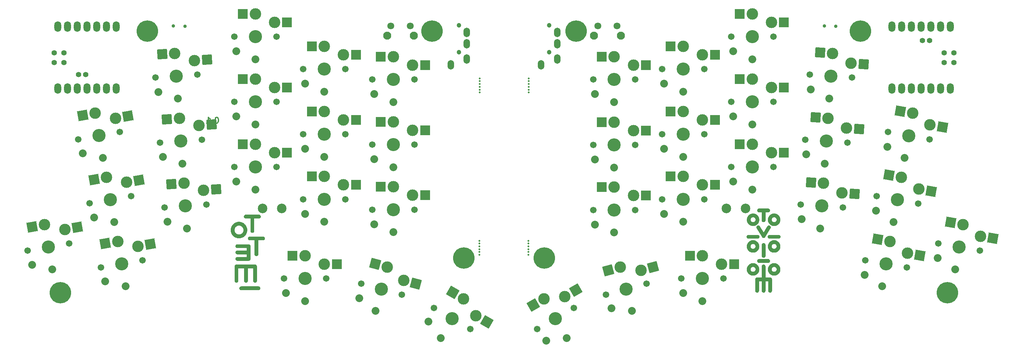
<source format=gbs>
G04 #@! TF.GenerationSoftware,KiCad,Pcbnew,(6.0.6)*
G04 #@! TF.CreationDate,2022-11-10T12:46:59+01:00*
G04 #@! TF.ProjectId,totem_0_3,746f7465-6d5f-4305-9f33-2e6b69636164,0.3*
G04 #@! TF.SameCoordinates,Original*
G04 #@! TF.FileFunction,Soldermask,Bot*
G04 #@! TF.FilePolarity,Negative*
%FSLAX46Y46*%
G04 Gerber Fmt 4.6, Leading zero omitted, Abs format (unit mm)*
G04 Created by KiCad (PCBNEW (6.0.6)) date 2022-11-10 12:46:59*
%MOMM*%
%LPD*%
G01*
G04 APERTURE LIST*
G04 Aperture macros list*
%AMRotRect*
0 Rectangle, with rotation*
0 The origin of the aperture is its center*
0 $1 length*
0 $2 width*
0 $3 Rotation angle, in degrees counterclockwise*
0 Add horizontal line*
21,1,$1,$2,0,0,$3*%
G04 Aperture macros list end*
%ADD10C,0.000000*%
%ADD11C,0.375000*%
%ADD12C,1.701800*%
%ADD13C,3.000000*%
%ADD14C,3.429000*%
%ADD15C,2.032000*%
%ADD16RotRect,2.600000X2.600000X10.000000*%
%ADD17R,2.600000X2.600000*%
%ADD18RotRect,2.600000X2.600000X4.000000*%
%ADD19C,0.500000*%
%ADD20RotRect,2.600000X2.600000X356.000000*%
%ADD21C,5.600000*%
%ADD22C,1.200000*%
%ADD23O,1.700000X2.500000*%
%ADD24O,1.800000X2.750000*%
%ADD25C,1.397000*%
%ADD26C,2.500000*%
%ADD27RotRect,2.600000X2.600000X350.000000*%
%ADD28RotRect,2.600000X2.600000X345.000000*%
%ADD29C,0.900000*%
%ADD30C,1.800000*%
%ADD31C,2.100000*%
%ADD32RotRect,2.600000X2.600000X15.000000*%
%ADD33RotRect,2.600000X2.600000X30.000000*%
%ADD34RotRect,2.600000X2.600000X330.000000*%
G04 APERTURE END LIST*
D10*
G36*
X218839832Y-101785089D02*
G01*
X218850253Y-101703223D01*
X218864664Y-101622660D01*
X218882961Y-101543501D01*
X218905041Y-101465853D01*
X218930800Y-101389816D01*
X218960135Y-101315495D01*
X218992943Y-101242994D01*
X219029120Y-101172415D01*
X219068563Y-101103862D01*
X219111169Y-101037438D01*
X219156834Y-100973247D01*
X219205455Y-100911391D01*
X219256928Y-100851975D01*
X219311151Y-100795102D01*
X219368019Y-100740875D01*
X219427430Y-100689397D01*
X219489281Y-100640772D01*
X219553467Y-100595104D01*
X219619885Y-100552494D01*
X219688433Y-100513048D01*
X219759006Y-100476868D01*
X219831502Y-100444057D01*
X219905817Y-100414720D01*
X219981847Y-100388958D01*
X220059490Y-100366877D01*
X220138642Y-100348578D01*
X220219200Y-100334166D01*
X220301059Y-100323744D01*
X220384118Y-100317415D01*
X220468272Y-100315282D01*
X220552427Y-100317415D01*
X220635485Y-100323744D01*
X220717345Y-100334166D01*
X220797903Y-100348578D01*
X220877055Y-100366877D01*
X220954698Y-100388958D01*
X221030728Y-100414720D01*
X221105043Y-100444057D01*
X221177539Y-100476868D01*
X221248112Y-100513048D01*
X221316660Y-100552494D01*
X221383078Y-100595104D01*
X221447264Y-100640772D01*
X221509115Y-100689397D01*
X221568526Y-100740875D01*
X221625394Y-100795102D01*
X221679617Y-100851975D01*
X221731090Y-100911391D01*
X221779711Y-100973247D01*
X221825376Y-101037438D01*
X221867982Y-101103862D01*
X221907425Y-101172415D01*
X221943602Y-101242994D01*
X221976410Y-101315495D01*
X222005745Y-101389816D01*
X222031504Y-101465853D01*
X222053584Y-101543501D01*
X222071881Y-101622660D01*
X222086292Y-101703223D01*
X222096713Y-101785089D01*
X222103042Y-101868155D01*
X222105174Y-101952315D01*
X222103042Y-102036476D01*
X222096713Y-102119541D01*
X222086292Y-102201407D01*
X222071881Y-102281971D01*
X222053584Y-102361129D01*
X222031504Y-102438778D01*
X222005745Y-102514815D01*
X221976410Y-102589135D01*
X221943602Y-102661637D01*
X221907425Y-102732216D01*
X221867982Y-102800769D01*
X221825376Y-102867193D01*
X221779711Y-102931384D01*
X221731090Y-102993239D01*
X221679617Y-103052655D01*
X221625394Y-103109529D01*
X221568526Y-103163756D01*
X221509115Y-103215233D01*
X221447264Y-103263858D01*
X221383078Y-103309527D01*
X221316660Y-103352136D01*
X221248112Y-103391583D01*
X221177539Y-103427763D01*
X221105043Y-103460573D01*
X221030728Y-103489911D01*
X220954698Y-103515672D01*
X220877055Y-103537754D01*
X220797903Y-103556052D01*
X220717345Y-103570464D01*
X220635485Y-103580887D01*
X220552427Y-103587216D01*
X220468272Y-103589349D01*
X220384118Y-103587216D01*
X220301059Y-103580887D01*
X220219200Y-103570464D01*
X220138642Y-103556052D01*
X220059490Y-103537754D01*
X219981847Y-103515672D01*
X219905817Y-103489911D01*
X219831502Y-103460573D01*
X219759006Y-103427763D01*
X219688433Y-103391583D01*
X219619885Y-103352136D01*
X219553467Y-103309527D01*
X219489281Y-103263858D01*
X219427430Y-103215233D01*
X219368019Y-103163756D01*
X219311151Y-103109529D01*
X219256928Y-103052655D01*
X219205455Y-102993239D01*
X219156834Y-102931384D01*
X219111169Y-102867193D01*
X219068563Y-102800769D01*
X219029120Y-102732216D01*
X218992943Y-102661637D01*
X218960135Y-102589135D01*
X218930800Y-102514815D01*
X218905041Y-102438778D01*
X218882961Y-102361129D01*
X218864664Y-102281971D01*
X218850253Y-102201407D01*
X218839832Y-102119541D01*
X218833503Y-102036476D01*
X218831371Y-101952315D01*
X219829738Y-101952315D01*
X219830568Y-101985188D01*
X219833033Y-102017628D01*
X219837092Y-102049595D01*
X219842705Y-102081049D01*
X219849833Y-102111950D01*
X219858434Y-102142259D01*
X219868469Y-102171933D01*
X219879899Y-102200935D01*
X219892682Y-102229224D01*
X219906779Y-102256759D01*
X219922150Y-102283502D01*
X219938755Y-102309410D01*
X219956554Y-102334446D01*
X219975506Y-102358568D01*
X219995572Y-102381736D01*
X220016711Y-102403911D01*
X220038885Y-102425052D01*
X220062051Y-102445119D01*
X220086171Y-102464073D01*
X220111204Y-102481873D01*
X220137111Y-102498479D01*
X220163851Y-102513852D01*
X220191384Y-102527950D01*
X220219671Y-102540734D01*
X220248671Y-102552165D01*
X220278343Y-102562201D01*
X220308649Y-102570803D01*
X220339548Y-102577931D01*
X220371000Y-102583545D01*
X220402965Y-102587604D01*
X220435402Y-102590069D01*
X220468272Y-102590899D01*
X220501133Y-102590069D01*
X220533541Y-102587604D01*
X220565458Y-102583545D01*
X220596845Y-102577931D01*
X220627663Y-102570803D01*
X220657875Y-102562201D01*
X220687440Y-102552165D01*
X220716321Y-102540734D01*
X220744478Y-102527950D01*
X220771873Y-102513852D01*
X220798466Y-102498479D01*
X220824220Y-102481873D01*
X220849096Y-102464073D01*
X220873054Y-102445119D01*
X220896056Y-102425052D01*
X220918063Y-102403911D01*
X220939037Y-102381736D01*
X220958939Y-102358567D01*
X220977729Y-102334446D01*
X220995370Y-102309410D01*
X221011822Y-102283502D01*
X221027047Y-102256759D01*
X221041005Y-102229224D01*
X221053659Y-102200935D01*
X221064970Y-102171933D01*
X221074898Y-102142259D01*
X221083405Y-102111950D01*
X221090452Y-102081049D01*
X221096000Y-102049595D01*
X221100011Y-102017628D01*
X221102447Y-101985188D01*
X221103267Y-101952315D01*
X221102437Y-101919453D01*
X221099973Y-101887042D01*
X221095916Y-101855123D01*
X221090306Y-101823733D01*
X221083186Y-101792912D01*
X221074594Y-101762698D01*
X221064573Y-101733130D01*
X221053161Y-101704247D01*
X221040401Y-101676087D01*
X221026334Y-101648690D01*
X221010998Y-101622093D01*
X220994436Y-101596337D01*
X220976688Y-101571459D01*
X220957795Y-101547498D01*
X220937797Y-101524494D01*
X220916736Y-101502484D01*
X220894651Y-101481508D01*
X220871584Y-101461604D01*
X220847575Y-101442812D01*
X220822665Y-101425169D01*
X220796894Y-101408715D01*
X220770304Y-101393489D01*
X220742935Y-101379528D01*
X220714827Y-101366873D01*
X220686022Y-101355561D01*
X220656560Y-101345632D01*
X220626482Y-101337124D01*
X220595828Y-101330076D01*
X220564640Y-101324527D01*
X220532957Y-101320515D01*
X220500821Y-101318080D01*
X220468272Y-101317259D01*
X220435714Y-101318090D01*
X220403548Y-101320554D01*
X220371818Y-101324611D01*
X220340564Y-101330221D01*
X220309831Y-101337342D01*
X220279658Y-101345934D01*
X220250089Y-101355957D01*
X220221164Y-101367369D01*
X220192928Y-101380130D01*
X220165420Y-101394199D01*
X220138683Y-101409536D01*
X220112760Y-101426099D01*
X220087692Y-101443849D01*
X220063521Y-101462744D01*
X220040289Y-101482743D01*
X220018039Y-101503807D01*
X219996812Y-101525894D01*
X219976649Y-101548963D01*
X219957594Y-101572974D01*
X219939689Y-101597887D01*
X219922974Y-101623660D01*
X219907492Y-101650253D01*
X219893286Y-101677625D01*
X219880397Y-101705735D01*
X219868866Y-101734543D01*
X219858737Y-101764008D01*
X219850051Y-101794089D01*
X219842851Y-101824746D01*
X219837177Y-101855938D01*
X219833072Y-101887624D01*
X219830578Y-101919763D01*
X219829738Y-101952315D01*
X218831371Y-101952315D01*
X218833503Y-101868155D01*
X218839832Y-101785089D01*
G37*
G36*
X221672514Y-105911478D02*
G01*
X221698111Y-105913396D01*
X221723316Y-105916556D01*
X221748100Y-105920927D01*
X221772431Y-105926479D01*
X221796280Y-105933182D01*
X221819616Y-105941004D01*
X221842409Y-105949917D01*
X221864628Y-105959889D01*
X221886243Y-105970890D01*
X221907224Y-105982890D01*
X221927540Y-105995858D01*
X221947161Y-106009764D01*
X221966056Y-106024578D01*
X221984196Y-106040269D01*
X222001550Y-106056807D01*
X222018087Y-106074162D01*
X222033777Y-106092302D01*
X222048590Y-106111199D01*
X222062496Y-106130821D01*
X222075463Y-106151138D01*
X222087463Y-106172120D01*
X222098463Y-106193737D01*
X222108435Y-106215957D01*
X222117347Y-106238751D01*
X222125169Y-106262088D01*
X222131871Y-106285939D01*
X222137423Y-106310271D01*
X222141794Y-106335056D01*
X222144953Y-106360263D01*
X222146871Y-106385862D01*
X222147517Y-106411821D01*
X222146861Y-106437781D01*
X222144914Y-106463379D01*
X222141709Y-106488586D01*
X222137278Y-106513371D01*
X222131652Y-106537704D01*
X222124866Y-106561554D01*
X222116950Y-106584891D01*
X222107937Y-106607685D01*
X222097859Y-106629906D01*
X222086750Y-106651522D01*
X222074640Y-106672504D01*
X222061563Y-106692821D01*
X222047550Y-106712443D01*
X222032634Y-106731340D01*
X222016848Y-106749481D01*
X222000222Y-106766835D01*
X221982791Y-106783373D01*
X221964586Y-106799064D01*
X221945640Y-106813878D01*
X221925984Y-106827784D01*
X221905652Y-106840752D01*
X221884674Y-106852752D01*
X221863085Y-106863753D01*
X221840915Y-106873725D01*
X221818198Y-106882638D01*
X221794965Y-106890460D01*
X221771250Y-106897163D01*
X221747083Y-106902715D01*
X221722498Y-106907086D01*
X221697527Y-106910245D01*
X221672203Y-106912164D01*
X221646556Y-106912810D01*
X219282924Y-106912810D01*
X219256966Y-106912164D01*
X219231369Y-106910245D01*
X219206164Y-106907086D01*
X219181380Y-106902715D01*
X219157049Y-106897163D01*
X219133200Y-106890460D01*
X219109864Y-106882638D01*
X219087071Y-106873725D01*
X219064852Y-106863753D01*
X219043237Y-106852752D01*
X219022256Y-106840752D01*
X219001940Y-106827784D01*
X218982319Y-106813878D01*
X218963424Y-106799064D01*
X218945284Y-106783373D01*
X218927930Y-106766835D01*
X218911393Y-106749481D01*
X218895703Y-106731340D01*
X218880890Y-106712443D01*
X218866984Y-106692821D01*
X218854017Y-106672504D01*
X218842017Y-106651522D01*
X218831017Y-106629906D01*
X218821045Y-106607685D01*
X218812133Y-106584891D01*
X218804311Y-106561554D01*
X218797609Y-106537704D01*
X218792057Y-106513371D01*
X218787686Y-106488586D01*
X218784527Y-106463379D01*
X218782609Y-106437781D01*
X218781963Y-106411821D01*
X218782619Y-106385862D01*
X218784566Y-106360263D01*
X218787771Y-106335056D01*
X218792202Y-106310271D01*
X218797828Y-106285939D01*
X218804614Y-106262088D01*
X218812530Y-106238751D01*
X218821543Y-106215957D01*
X218831621Y-106193737D01*
X218842730Y-106172120D01*
X218854840Y-106151138D01*
X218867918Y-106130821D01*
X218881930Y-106111199D01*
X218896846Y-106092302D01*
X218912633Y-106074162D01*
X218929258Y-106056807D01*
X218946689Y-106040269D01*
X218964894Y-106024578D01*
X218983840Y-106009764D01*
X219003496Y-105995858D01*
X219023829Y-105982890D01*
X219044806Y-105970890D01*
X219066395Y-105959889D01*
X219088565Y-105949917D01*
X219111282Y-105941004D01*
X219134515Y-105933182D01*
X219158230Y-105926479D01*
X219182397Y-105920927D01*
X219206982Y-105916556D01*
X219231953Y-105913396D01*
X219257278Y-105911478D01*
X219282924Y-105910832D01*
X221646556Y-105910832D01*
X221672514Y-105911478D01*
G37*
G36*
X79709497Y-114119433D02*
G01*
X79711444Y-114093835D01*
X79714649Y-114068628D01*
X79719080Y-114043843D01*
X79724705Y-114019510D01*
X79731491Y-113995660D01*
X79739406Y-113972323D01*
X79748419Y-113949529D01*
X79758495Y-113927308D01*
X79769604Y-113905692D01*
X79781713Y-113884710D01*
X79794790Y-113864393D01*
X79808802Y-113844771D01*
X79823717Y-113825874D01*
X79839503Y-113807734D01*
X79856127Y-113790379D01*
X79873557Y-113773841D01*
X79891761Y-113758150D01*
X79910707Y-113743336D01*
X79930362Y-113729430D01*
X79950694Y-113716462D01*
X79971671Y-113704462D01*
X79993260Y-113693461D01*
X80015429Y-113683489D01*
X80038146Y-113674576D01*
X80061379Y-113666754D01*
X80085094Y-113660051D01*
X80109261Y-113654499D01*
X80133846Y-113650128D01*
X80158817Y-113646968D01*
X80184142Y-113645050D01*
X80209789Y-113644404D01*
X85049938Y-113644404D01*
X85075896Y-113645060D01*
X85101492Y-113647007D01*
X85126697Y-113650212D01*
X85151480Y-113654644D01*
X85175811Y-113660269D01*
X85199659Y-113667056D01*
X85222995Y-113674972D01*
X85245787Y-113683985D01*
X85268006Y-113694062D01*
X85289620Y-113705172D01*
X85310600Y-113717282D01*
X85330916Y-113730360D01*
X85350536Y-113744373D01*
X85369432Y-113759289D01*
X85387571Y-113775076D01*
X85404924Y-113791701D01*
X85421461Y-113809133D01*
X85437151Y-113827339D01*
X85451963Y-113846286D01*
X85465868Y-113865943D01*
X85478835Y-113886276D01*
X85490834Y-113907255D01*
X85501834Y-113928846D01*
X85511806Y-113951017D01*
X85520717Y-113973735D01*
X85528539Y-113996970D01*
X85535241Y-114020687D01*
X85540793Y-114044855D01*
X85545163Y-114069442D01*
X85548323Y-114094416D01*
X85550241Y-114119743D01*
X85550887Y-114145392D01*
X85550887Y-117902807D01*
X85550241Y-117928766D01*
X85548323Y-117954365D01*
X85545163Y-117979571D01*
X85540793Y-118004356D01*
X85535241Y-118028689D01*
X85528539Y-118052539D01*
X85520717Y-118075876D01*
X85511806Y-118098670D01*
X85501834Y-118120890D01*
X85490834Y-118142507D01*
X85478835Y-118163489D01*
X85465868Y-118183806D01*
X85451963Y-118203428D01*
X85437151Y-118222325D01*
X85421461Y-118240465D01*
X85404924Y-118257820D01*
X85387571Y-118274358D01*
X85369432Y-118290049D01*
X85350536Y-118304863D01*
X85330916Y-118318769D01*
X85310600Y-118331737D01*
X85289620Y-118343737D01*
X85268006Y-118354738D01*
X85245787Y-118364710D01*
X85222995Y-118373623D01*
X85199659Y-118381445D01*
X85175811Y-118388148D01*
X85151480Y-118393700D01*
X85126697Y-118398071D01*
X85101492Y-118401231D01*
X85075896Y-118403149D01*
X85049938Y-118403795D01*
X85023981Y-118403139D01*
X84998385Y-118401192D01*
X84973180Y-118397987D01*
X84948397Y-118393555D01*
X84924066Y-118387930D01*
X84900218Y-118381143D01*
X84876882Y-118373227D01*
X84854090Y-118364214D01*
X84831871Y-118354137D01*
X84810257Y-118343027D01*
X84789277Y-118330917D01*
X84768961Y-118317839D01*
X84749340Y-118303826D01*
X84730445Y-118288910D01*
X84712306Y-118273123D01*
X84694953Y-118256497D01*
X84678416Y-118239066D01*
X84662726Y-118220860D01*
X84647914Y-118201913D01*
X84634009Y-118182256D01*
X84621042Y-118161922D01*
X84609043Y-118140944D01*
X84598043Y-118119353D01*
X84588071Y-118097182D01*
X84579160Y-118074464D01*
X84571338Y-118051229D01*
X84564636Y-118027512D01*
X84559084Y-118003344D01*
X84554714Y-117978757D01*
X84551554Y-117953783D01*
X84549636Y-117928456D01*
X84548990Y-117902807D01*
X84548990Y-114646380D01*
X83190785Y-114646380D01*
X83190785Y-117902807D01*
X83190139Y-117928766D01*
X83188221Y-117954365D01*
X83185062Y-117979571D01*
X83180691Y-118004356D01*
X83175139Y-118028689D01*
X83168437Y-118052539D01*
X83160615Y-118075876D01*
X83151704Y-118098670D01*
X83141732Y-118120890D01*
X83130732Y-118142507D01*
X83118733Y-118163489D01*
X83105766Y-118183806D01*
X83091861Y-118203428D01*
X83077049Y-118222325D01*
X83061359Y-118240465D01*
X83044822Y-118257820D01*
X83027469Y-118274358D01*
X83009330Y-118290049D01*
X82990434Y-118304863D01*
X82970814Y-118318769D01*
X82950498Y-118331737D01*
X82929518Y-118343737D01*
X82907904Y-118354738D01*
X82885685Y-118364710D01*
X82862893Y-118373623D01*
X82839557Y-118381445D01*
X82815709Y-118388148D01*
X82791378Y-118393700D01*
X82766595Y-118398071D01*
X82741390Y-118401231D01*
X82715794Y-118403149D01*
X82689837Y-118403795D01*
X82663879Y-118403139D01*
X82638283Y-118401192D01*
X82613078Y-118397987D01*
X82588295Y-118393555D01*
X82563964Y-118387930D01*
X82540116Y-118381143D01*
X82516780Y-118373227D01*
X82493988Y-118364214D01*
X82471770Y-118354137D01*
X82450155Y-118343027D01*
X82429175Y-118330917D01*
X82408859Y-118317839D01*
X82389239Y-118303826D01*
X82370344Y-118288910D01*
X82352204Y-118273123D01*
X82334851Y-118256497D01*
X82318314Y-118239066D01*
X82302625Y-118220860D01*
X82287812Y-118201913D01*
X82273907Y-118182256D01*
X82260940Y-118161922D01*
X82248941Y-118140944D01*
X82237941Y-118119353D01*
X82227970Y-118097182D01*
X82219058Y-118074464D01*
X82211236Y-118051229D01*
X82204534Y-118027512D01*
X82198983Y-118003344D01*
X82194612Y-117978757D01*
X82191452Y-117953783D01*
X82189534Y-117928456D01*
X82188888Y-117902807D01*
X82188888Y-114646381D01*
X82192416Y-114646381D01*
X82188888Y-114646380D01*
X82188888Y-114646381D01*
X80710738Y-114646381D01*
X80710738Y-117902807D01*
X80710092Y-117928767D01*
X80708174Y-117954365D01*
X80705014Y-117979572D01*
X80700643Y-118004357D01*
X80695092Y-118028690D01*
X80688390Y-118052540D01*
X80680568Y-118075877D01*
X80671656Y-118098671D01*
X80661685Y-118120891D01*
X80650685Y-118142508D01*
X80638686Y-118163490D01*
X80625719Y-118183807D01*
X80611814Y-118203429D01*
X80597001Y-118222325D01*
X80581312Y-118240466D01*
X80564775Y-118257821D01*
X80547422Y-118274359D01*
X80529282Y-118290050D01*
X80510387Y-118304863D01*
X80490767Y-118318770D01*
X80470451Y-118331738D01*
X80449471Y-118343738D01*
X80427856Y-118354739D01*
X80405638Y-118364711D01*
X80382845Y-118373623D01*
X80359510Y-118381446D01*
X80335662Y-118388148D01*
X80311331Y-118393700D01*
X80286548Y-118398071D01*
X80261343Y-118401231D01*
X80235747Y-118403149D01*
X80209789Y-118403795D01*
X80183832Y-118403139D01*
X80158236Y-118401192D01*
X80133031Y-118397987D01*
X80108248Y-118393555D01*
X80083917Y-118387930D01*
X80060069Y-118381143D01*
X80036733Y-118373227D01*
X80013941Y-118364214D01*
X79991722Y-118354137D01*
X79970108Y-118343027D01*
X79949128Y-118330917D01*
X79928812Y-118317839D01*
X79909192Y-118303826D01*
X79890296Y-118288910D01*
X79872157Y-118273123D01*
X79854804Y-118256497D01*
X79838267Y-118239066D01*
X79822577Y-118220860D01*
X79807765Y-118201913D01*
X79793860Y-118182256D01*
X79780893Y-118161922D01*
X79768894Y-118140944D01*
X79757894Y-118119353D01*
X79747922Y-118097182D01*
X79739011Y-118074464D01*
X79731189Y-118051229D01*
X79724487Y-118027512D01*
X79718935Y-118003344D01*
X79714565Y-117978757D01*
X79711405Y-117953783D01*
X79709487Y-117928456D01*
X79708841Y-117902807D01*
X79708841Y-114145392D01*
X79709497Y-114119433D01*
G37*
G36*
X213336444Y-114750818D02*
G01*
X213346866Y-114668952D01*
X213361277Y-114588388D01*
X213379574Y-114509230D01*
X213401653Y-114431582D01*
X213427413Y-114355545D01*
X213456748Y-114281224D01*
X213489556Y-114208723D01*
X213525733Y-114138144D01*
X213565176Y-114069591D01*
X213607782Y-114003167D01*
X213653447Y-113938976D01*
X213702068Y-113877121D01*
X213753542Y-113817705D01*
X213807765Y-113760832D01*
X213864634Y-113706604D01*
X213924046Y-113655127D01*
X213985896Y-113606502D01*
X214050083Y-113560833D01*
X214116502Y-113518224D01*
X214185050Y-113478777D01*
X214255624Y-113442597D01*
X214328121Y-113409787D01*
X214402437Y-113380449D01*
X214478468Y-113354688D01*
X214556112Y-113332606D01*
X214635265Y-113314308D01*
X214715823Y-113299896D01*
X214797685Y-113289473D01*
X214880745Y-113283144D01*
X214964900Y-113281011D01*
X215049055Y-113283144D01*
X215132113Y-113289473D01*
X215213973Y-113299896D01*
X215294531Y-113314308D01*
X215373683Y-113332606D01*
X215451325Y-113354688D01*
X215527356Y-113380449D01*
X215601671Y-113409787D01*
X215674166Y-113442597D01*
X215744740Y-113478777D01*
X215813288Y-113518224D01*
X215879706Y-113560833D01*
X215943892Y-113606502D01*
X216005742Y-113655127D01*
X216065153Y-113706604D01*
X216122022Y-113760832D01*
X216176245Y-113817705D01*
X216227718Y-113877121D01*
X216276339Y-113938976D01*
X216322004Y-114003167D01*
X216364610Y-114069591D01*
X216404053Y-114138144D01*
X216440230Y-114208723D01*
X216473038Y-114281224D01*
X216502373Y-114355545D01*
X216528132Y-114431582D01*
X216550212Y-114509230D01*
X216568509Y-114588388D01*
X216582919Y-114668952D01*
X216593341Y-114750818D01*
X216599670Y-114833883D01*
X216601802Y-114918044D01*
X216599670Y-115002205D01*
X216593341Y-115085270D01*
X216582919Y-115167136D01*
X216568509Y-115247699D01*
X216550212Y-115326857D01*
X216528132Y-115404507D01*
X216502373Y-115480543D01*
X216473038Y-115554864D01*
X216440230Y-115627365D01*
X216404053Y-115697944D01*
X216364610Y-115766497D01*
X216322004Y-115832921D01*
X216276339Y-115897113D01*
X216227718Y-115958968D01*
X216176245Y-116018384D01*
X216122022Y-116075257D01*
X216065153Y-116129484D01*
X216005742Y-116180962D01*
X215943892Y-116229587D01*
X215879706Y-116275256D01*
X215813288Y-116317865D01*
X215744740Y-116357312D01*
X215674166Y-116393492D01*
X215601671Y-116426303D01*
X215527356Y-116455640D01*
X215451325Y-116481402D01*
X215373683Y-116503483D01*
X215294531Y-116521782D01*
X215213973Y-116536194D01*
X215132113Y-116546616D01*
X215049055Y-116552946D01*
X214964900Y-116555078D01*
X214880746Y-116552946D01*
X214797687Y-116546616D01*
X214715827Y-116536194D01*
X214635269Y-116521782D01*
X214556117Y-116503483D01*
X214478474Y-116481402D01*
X214402443Y-116455640D01*
X214328127Y-116426303D01*
X214255631Y-116393492D01*
X214185057Y-116357312D01*
X214116509Y-116317865D01*
X214050090Y-116275256D01*
X213985903Y-116229587D01*
X213924052Y-116180962D01*
X213864640Y-116129484D01*
X213807771Y-116075257D01*
X213753548Y-116018384D01*
X213702073Y-115958968D01*
X213653452Y-115897113D01*
X213607786Y-115832921D01*
X213565180Y-115766497D01*
X213525736Y-115697944D01*
X213489558Y-115627365D01*
X213456750Y-115554864D01*
X213427414Y-115480543D01*
X213401655Y-115404507D01*
X213379575Y-115326857D01*
X213361277Y-115247699D01*
X213346866Y-115167136D01*
X213336445Y-115085270D01*
X213330116Y-115002205D01*
X213327983Y-114918044D01*
X214329890Y-114918044D01*
X214330721Y-114950606D01*
X214333185Y-114982775D01*
X214337242Y-115014509D01*
X214342851Y-115045765D01*
X214349972Y-115076501D01*
X214358563Y-115106677D01*
X214368585Y-115136249D01*
X214379996Y-115165175D01*
X214392756Y-115193415D01*
X214406824Y-115220925D01*
X214422160Y-115247663D01*
X214438722Y-115273589D01*
X214456470Y-115298659D01*
X214475363Y-115322831D01*
X214495362Y-115346065D01*
X214516423Y-115368317D01*
X214538509Y-115389545D01*
X214561576Y-115409709D01*
X214585586Y-115428765D01*
X214610496Y-115446672D01*
X214636268Y-115463388D01*
X214662858Y-115478870D01*
X214690228Y-115493078D01*
X214718337Y-115505968D01*
X214747143Y-115517498D01*
X214776605Y-115527628D01*
X214806685Y-115536314D01*
X214837339Y-115543516D01*
X214868529Y-115549190D01*
X214900213Y-115553295D01*
X214932350Y-115555788D01*
X214964900Y-115556629D01*
X214997459Y-115555798D01*
X215029625Y-115553333D01*
X215061355Y-115549274D01*
X215092608Y-115543661D01*
X215123341Y-115536533D01*
X215153513Y-115527930D01*
X215183082Y-115517894D01*
X215212006Y-115506464D01*
X215240242Y-115493679D01*
X215267749Y-115479581D01*
X215294485Y-115464209D01*
X215320408Y-115447603D01*
X215345475Y-115429802D01*
X215369645Y-115410849D01*
X215392876Y-115390781D01*
X215415126Y-115369640D01*
X215436353Y-115347465D01*
X215456514Y-115324297D01*
X215475569Y-115300175D01*
X215493474Y-115275139D01*
X215510188Y-115249230D01*
X215525669Y-115222488D01*
X215539875Y-115194953D01*
X215552763Y-115166664D01*
X215564293Y-115137662D01*
X215574422Y-115107987D01*
X215583107Y-115077679D01*
X215590308Y-115046778D01*
X215595981Y-115015324D01*
X215600086Y-114983357D01*
X215602579Y-114950917D01*
X215603420Y-114918044D01*
X215602589Y-114885181D01*
X215600124Y-114852771D01*
X215596065Y-114820851D01*
X215590452Y-114789462D01*
X215583325Y-114758640D01*
X215574724Y-114728426D01*
X215564688Y-114698858D01*
X215553259Y-114669975D01*
X215540476Y-114641816D01*
X215526379Y-114614418D01*
X215511008Y-114587822D01*
X215494403Y-114562065D01*
X215476605Y-114537187D01*
X215457653Y-114513227D01*
X215437587Y-114490222D01*
X215416448Y-114468213D01*
X215394275Y-114447237D01*
X215371109Y-114427333D01*
X215346990Y-114408541D01*
X215321957Y-114390898D01*
X215296051Y-114374444D01*
X215269311Y-114359218D01*
X215241779Y-114345257D01*
X215213493Y-114332602D01*
X215184494Y-114321290D01*
X215154822Y-114311361D01*
X215124517Y-114302853D01*
X215093620Y-114295805D01*
X215062169Y-114290256D01*
X215030205Y-114286244D01*
X214997769Y-114283809D01*
X214964900Y-114282988D01*
X214932040Y-114283819D01*
X214899632Y-114286283D01*
X214867715Y-114290340D01*
X214836327Y-114295950D01*
X214805508Y-114303071D01*
X214775297Y-114311664D01*
X214745731Y-114321686D01*
X214716850Y-114333098D01*
X214688692Y-114345859D01*
X214661297Y-114359929D01*
X214634702Y-114375265D01*
X214608948Y-114391829D01*
X214584071Y-114409578D01*
X214560113Y-114428473D01*
X214537110Y-114448473D01*
X214515102Y-114469536D01*
X214494127Y-114491623D01*
X214474225Y-114514693D01*
X214455434Y-114538704D01*
X214437792Y-114563616D01*
X214421340Y-114589389D01*
X214406114Y-114615982D01*
X214392155Y-114643354D01*
X214379501Y-114671464D01*
X214368190Y-114700272D01*
X214358261Y-114729737D01*
X214349754Y-114759818D01*
X214342706Y-114790475D01*
X214337158Y-114821667D01*
X214333146Y-114853352D01*
X214330711Y-114885492D01*
X214329890Y-114918044D01*
X213327983Y-114918044D01*
X213330116Y-114833883D01*
X213336444Y-114750818D01*
G37*
G36*
X217742551Y-108053038D02*
G01*
X217768146Y-108054985D01*
X217793350Y-108058191D01*
X217818133Y-108062622D01*
X217842463Y-108068247D01*
X217866311Y-108075034D01*
X217889646Y-108082950D01*
X217912438Y-108091963D01*
X217934656Y-108102041D01*
X217956270Y-108113151D01*
X217977251Y-108125261D01*
X217997566Y-108138338D01*
X218017187Y-108152351D01*
X218036082Y-108167267D01*
X218054221Y-108183054D01*
X218071575Y-108199680D01*
X218088111Y-108217112D01*
X218103801Y-108235317D01*
X218118614Y-108254265D01*
X218132519Y-108273921D01*
X218145487Y-108294255D01*
X218157486Y-108315234D01*
X218168486Y-108336824D01*
X218178458Y-108358995D01*
X218187370Y-108381714D01*
X218195192Y-108404948D01*
X218201894Y-108428666D01*
X218207445Y-108452834D01*
X218211816Y-108477421D01*
X218214976Y-108502395D01*
X218216894Y-108527722D01*
X218217540Y-108553371D01*
X218217540Y-111404068D01*
X218216884Y-111430027D01*
X218214937Y-111455625D01*
X218211732Y-111480832D01*
X218207301Y-111505617D01*
X218201676Y-111529950D01*
X218194890Y-111553800D01*
X218186974Y-111577137D01*
X218177962Y-111599931D01*
X218167885Y-111622152D01*
X218156776Y-111643768D01*
X218144667Y-111664750D01*
X218131590Y-111685067D01*
X218117578Y-111704689D01*
X218102663Y-111723586D01*
X218086877Y-111741727D01*
X218070253Y-111759081D01*
X218052822Y-111775619D01*
X218034618Y-111791310D01*
X218015672Y-111806124D01*
X217996017Y-111820030D01*
X217975685Y-111832998D01*
X217954709Y-111844998D01*
X217933120Y-111855999D01*
X217910951Y-111865971D01*
X217888234Y-111874884D01*
X217865002Y-111882706D01*
X217841287Y-111889409D01*
X217817121Y-111894961D01*
X217792536Y-111899332D01*
X217767565Y-111902492D01*
X217742240Y-111904410D01*
X217716594Y-111905056D01*
X217690636Y-111904400D01*
X217665039Y-111902453D01*
X217639834Y-111899248D01*
X217615050Y-111894816D01*
X217590719Y-111889191D01*
X217566870Y-111882404D01*
X217543534Y-111874488D01*
X217520741Y-111865475D01*
X217498522Y-111855397D01*
X217476907Y-111844288D01*
X217455926Y-111832178D01*
X217435610Y-111819100D01*
X217415989Y-111805087D01*
X217397094Y-111790171D01*
X217378954Y-111774384D01*
X217361600Y-111757758D01*
X217345063Y-111740326D01*
X217329373Y-111722121D01*
X217314560Y-111703173D01*
X217300654Y-111683517D01*
X217287687Y-111663183D01*
X217275687Y-111642205D01*
X217264687Y-111620614D01*
X217254715Y-111598443D01*
X217245803Y-111575724D01*
X217237981Y-111552490D01*
X217231279Y-111528773D01*
X217225727Y-111504604D01*
X217221356Y-111480017D01*
X217218197Y-111455044D01*
X217216279Y-111429717D01*
X217215633Y-111404068D01*
X217215633Y-108553371D01*
X217216279Y-108527412D01*
X217218197Y-108501813D01*
X217221356Y-108476606D01*
X217225727Y-108451821D01*
X217231279Y-108427488D01*
X217237981Y-108403638D01*
X217245803Y-108380301D01*
X217254715Y-108357507D01*
X217264687Y-108335286D01*
X217275687Y-108313670D01*
X217287687Y-108292688D01*
X217300654Y-108272371D01*
X217314560Y-108252749D01*
X217329373Y-108233852D01*
X217345063Y-108215711D01*
X217361600Y-108198357D01*
X217378954Y-108181819D01*
X217397094Y-108166128D01*
X217415989Y-108151314D01*
X217435610Y-108137408D01*
X217455926Y-108124440D01*
X217476907Y-108112440D01*
X217498522Y-108101439D01*
X217520741Y-108091467D01*
X217543534Y-108082554D01*
X217566870Y-108074732D01*
X217590719Y-108068029D01*
X217615050Y-108062477D01*
X217639834Y-108058106D01*
X217665039Y-108054947D01*
X217690636Y-108053028D01*
X217716594Y-108052382D01*
X217742551Y-108053038D01*
G37*
G36*
X216176205Y-105911478D02*
G01*
X216201801Y-105913396D01*
X216227005Y-105916556D01*
X216251787Y-105920927D01*
X216276118Y-105926479D01*
X216299965Y-105933182D01*
X216323301Y-105941004D01*
X216346093Y-105949917D01*
X216368311Y-105959889D01*
X216389925Y-105970890D01*
X216410905Y-105982890D01*
X216431221Y-105995858D01*
X216450841Y-106009764D01*
X216469737Y-106024578D01*
X216487876Y-106040269D01*
X216505229Y-106056807D01*
X216521766Y-106074162D01*
X216537456Y-106092302D01*
X216552269Y-106111199D01*
X216566174Y-106130821D01*
X216579141Y-106151138D01*
X216591141Y-106172120D01*
X216602141Y-106193737D01*
X216612112Y-106215957D01*
X216621024Y-106238751D01*
X216628846Y-106262088D01*
X216635549Y-106285939D01*
X216641100Y-106310271D01*
X216645471Y-106335056D01*
X216648631Y-106360263D01*
X216650549Y-106385862D01*
X216651195Y-106411821D01*
X216650539Y-106437781D01*
X216648592Y-106463379D01*
X216645387Y-106488586D01*
X216640956Y-106513371D01*
X216635331Y-106537704D01*
X216628545Y-106561554D01*
X216620629Y-106584891D01*
X216611617Y-106607685D01*
X216601540Y-106629906D01*
X216590431Y-106651522D01*
X216578321Y-106672504D01*
X216565245Y-106692821D01*
X216551233Y-106712443D01*
X216536318Y-106731340D01*
X216520532Y-106749481D01*
X216503907Y-106766835D01*
X216486477Y-106783373D01*
X216468273Y-106799064D01*
X216449327Y-106813878D01*
X216429672Y-106827784D01*
X216409340Y-106840752D01*
X216388363Y-106852752D01*
X216366774Y-106863753D01*
X216344605Y-106873725D01*
X216321889Y-106882638D01*
X216298657Y-106890460D01*
X216274941Y-106897163D01*
X216250775Y-106902715D01*
X216226191Y-106907086D01*
X216201220Y-106910245D01*
X216175895Y-106912164D01*
X216150249Y-106912810D01*
X213786601Y-106912810D01*
X213760645Y-106912164D01*
X213735049Y-106910245D01*
X213709845Y-106907086D01*
X213685063Y-106902715D01*
X213660733Y-106897163D01*
X213636885Y-106890460D01*
X213613549Y-106882638D01*
X213590758Y-106873725D01*
X213568539Y-106863753D01*
X213546925Y-106852752D01*
X213525945Y-106840752D01*
X213505629Y-106827784D01*
X213486009Y-106813878D01*
X213467114Y-106799064D01*
X213448974Y-106783373D01*
X213431621Y-106766835D01*
X213415084Y-106749481D01*
X213399394Y-106731340D01*
X213384581Y-106712443D01*
X213370676Y-106692821D01*
X213357709Y-106672504D01*
X213345710Y-106651522D01*
X213334709Y-106629906D01*
X213324738Y-106607685D01*
X213315826Y-106584891D01*
X213308004Y-106561554D01*
X213301301Y-106537704D01*
X213295750Y-106513371D01*
X213291379Y-106488586D01*
X213288219Y-106463379D01*
X213286301Y-106437781D01*
X213285655Y-106411821D01*
X213286311Y-106385862D01*
X213288258Y-106360263D01*
X213291463Y-106335056D01*
X213295894Y-106310271D01*
X213301519Y-106285939D01*
X213308306Y-106262088D01*
X213316221Y-106238751D01*
X213325233Y-106215957D01*
X213335310Y-106193737D01*
X213346419Y-106172120D01*
X213358529Y-106151138D01*
X213371605Y-106130821D01*
X213385617Y-106111199D01*
X213400532Y-106092302D01*
X213416318Y-106074162D01*
X213432943Y-106056807D01*
X213450373Y-106040269D01*
X213468577Y-106024578D01*
X213487523Y-106009764D01*
X213507178Y-105995858D01*
X213527510Y-105982890D01*
X213548487Y-105970890D01*
X213570076Y-105959889D01*
X213592245Y-105949917D01*
X213614961Y-105941004D01*
X213638194Y-105933182D01*
X213661909Y-105926479D01*
X213686075Y-105920927D01*
X213710659Y-105916556D01*
X213735630Y-105913396D01*
X213760955Y-105911478D01*
X213786601Y-105910832D01*
X216150249Y-105910832D01*
X216176205Y-105911478D01*
G37*
G36*
X86095121Y-100633455D02*
G01*
X86120446Y-100635373D01*
X86145418Y-100638533D01*
X86170003Y-100642904D01*
X86194169Y-100648456D01*
X86217885Y-100655158D01*
X86241117Y-100662981D01*
X86263834Y-100671893D01*
X86286003Y-100681865D01*
X86307592Y-100692866D01*
X86328569Y-100704866D01*
X86348901Y-100717834D01*
X86368556Y-100731740D01*
X86387502Y-100746554D01*
X86405706Y-100762245D01*
X86423136Y-100778784D01*
X86439761Y-100796138D01*
X86455547Y-100814279D01*
X86470462Y-100833176D01*
X86484474Y-100852798D01*
X86497550Y-100873115D01*
X86509659Y-100894097D01*
X86520768Y-100915713D01*
X86530845Y-100937933D01*
X86539857Y-100960728D01*
X86547772Y-100984065D01*
X86554559Y-101007915D01*
X86560183Y-101032248D01*
X86564615Y-101057033D01*
X86567820Y-101082240D01*
X86569766Y-101107838D01*
X86570422Y-101133798D01*
X86569776Y-101159757D01*
X86567858Y-101185355D01*
X86564699Y-101210562D01*
X86560328Y-101235347D01*
X86554777Y-101259680D01*
X86548075Y-101283530D01*
X86540253Y-101306868D01*
X86531341Y-101329662D01*
X86521370Y-101351882D01*
X86510370Y-101373498D01*
X86498371Y-101394480D01*
X86485404Y-101414797D01*
X86471499Y-101434420D01*
X86456686Y-101453316D01*
X86440996Y-101471457D01*
X86424460Y-101488812D01*
X86407106Y-101505350D01*
X86388967Y-101521041D01*
X86370072Y-101535854D01*
X86350452Y-101549761D01*
X86330136Y-101562729D01*
X86309156Y-101574729D01*
X86287541Y-101585730D01*
X86265322Y-101595702D01*
X86242530Y-101604614D01*
X86219195Y-101612437D01*
X86195347Y-101619139D01*
X86171016Y-101624691D01*
X86146233Y-101629062D01*
X86121028Y-101632222D01*
X86095431Y-101634140D01*
X86069474Y-101634786D01*
X84848853Y-101634786D01*
X84848853Y-104884157D01*
X84848207Y-104909806D01*
X84846289Y-104935133D01*
X84843129Y-104960107D01*
X84838759Y-104984694D01*
X84833207Y-105008862D01*
X84826505Y-105032580D01*
X84818683Y-105055814D01*
X84809771Y-105078533D01*
X84799800Y-105100704D01*
X84788800Y-105122295D01*
X84776801Y-105143273D01*
X84763834Y-105163607D01*
X84749929Y-105183263D01*
X84735117Y-105202211D01*
X84719427Y-105220416D01*
X84702890Y-105237848D01*
X84685537Y-105254474D01*
X84667397Y-105270261D01*
X84648502Y-105285177D01*
X84628882Y-105299190D01*
X84608566Y-105312267D01*
X84587586Y-105324377D01*
X84565971Y-105335487D01*
X84543753Y-105345565D01*
X84520961Y-105354578D01*
X84497625Y-105362494D01*
X84473777Y-105369281D01*
X84449446Y-105374906D01*
X84424663Y-105379337D01*
X84399458Y-105382542D01*
X84373862Y-105384489D01*
X84347904Y-105385145D01*
X84321947Y-105384499D01*
X84296351Y-105382581D01*
X84271146Y-105379421D01*
X84246363Y-105375050D01*
X84222032Y-105369499D01*
X84198184Y-105362796D01*
X84174848Y-105354973D01*
X84152056Y-105346061D01*
X84129838Y-105336089D01*
X84108223Y-105325088D01*
X84087243Y-105313088D01*
X84066927Y-105300120D01*
X84047307Y-105286214D01*
X84028412Y-105271400D01*
X84010272Y-105255709D01*
X83992919Y-105239171D01*
X83976383Y-105221816D01*
X83960693Y-105203676D01*
X83945880Y-105184779D01*
X83931975Y-105165157D01*
X83919008Y-105144840D01*
X83907009Y-105123858D01*
X83896009Y-105102242D01*
X83886038Y-105080021D01*
X83877126Y-105057227D01*
X83869304Y-105033890D01*
X83862602Y-105010040D01*
X83857051Y-104985707D01*
X83852680Y-104960922D01*
X83849520Y-104935715D01*
X83847603Y-104910116D01*
X83846956Y-104884157D01*
X83846956Y-101634786D01*
X82626336Y-101634786D01*
X82600689Y-101634140D01*
X82575363Y-101632222D01*
X82550392Y-101629062D01*
X82525807Y-101624691D01*
X82501641Y-101619139D01*
X82477925Y-101612437D01*
X82454693Y-101604614D01*
X82431976Y-101595702D01*
X82409807Y-101585730D01*
X82388218Y-101574729D01*
X82367241Y-101562729D01*
X82346909Y-101549761D01*
X82327254Y-101535854D01*
X82308308Y-101521041D01*
X82290104Y-101505350D01*
X82272673Y-101488812D01*
X82256049Y-101471457D01*
X82240263Y-101453316D01*
X82225348Y-101434420D01*
X82211336Y-101414797D01*
X82198260Y-101394480D01*
X82186151Y-101373498D01*
X82175042Y-101351882D01*
X82164965Y-101329662D01*
X82155953Y-101306868D01*
X82148037Y-101283530D01*
X82141251Y-101259680D01*
X82135626Y-101235347D01*
X82131195Y-101210562D01*
X82127990Y-101185355D01*
X82126044Y-101159757D01*
X82125387Y-101133798D01*
X82128916Y-101133798D01*
X82129562Y-101108148D01*
X82131480Y-101082821D01*
X82134639Y-101057848D01*
X82139010Y-101033261D01*
X82144561Y-101009092D01*
X82151263Y-100985375D01*
X82159085Y-100962141D01*
X82167997Y-100939422D01*
X82177968Y-100917251D01*
X82188968Y-100895660D01*
X82200967Y-100874682D01*
X82213934Y-100854348D01*
X82227839Y-100834691D01*
X82242652Y-100815744D01*
X82258342Y-100797538D01*
X82274879Y-100780107D01*
X82292232Y-100763481D01*
X82310371Y-100747694D01*
X82329266Y-100732778D01*
X82348887Y-100718765D01*
X82369202Y-100705687D01*
X82390182Y-100693577D01*
X82411797Y-100682467D01*
X82434016Y-100672390D01*
X82456808Y-100663377D01*
X82480143Y-100655461D01*
X82503991Y-100648674D01*
X82528322Y-100643049D01*
X82553105Y-100638617D01*
X82578310Y-100635412D01*
X82603907Y-100633465D01*
X82629864Y-100632809D01*
X86069474Y-100632809D01*
X86095121Y-100633455D01*
G37*
G36*
X218924360Y-99021118D02*
G01*
X218949957Y-99023036D01*
X218975162Y-99026196D01*
X218999946Y-99030567D01*
X219024277Y-99036119D01*
X219048126Y-99042821D01*
X219071462Y-99050644D01*
X219094255Y-99059557D01*
X219116474Y-99069528D01*
X219138089Y-99080530D01*
X219159070Y-99092529D01*
X219179386Y-99105497D01*
X219199007Y-99119404D01*
X219217903Y-99134218D01*
X219236043Y-99149909D01*
X219253396Y-99166447D01*
X219269933Y-99183801D01*
X219285624Y-99201942D01*
X219300437Y-99220839D01*
X219314342Y-99240461D01*
X219327310Y-99260778D01*
X219339309Y-99281760D01*
X219350310Y-99303376D01*
X219360281Y-99325597D01*
X219369193Y-99348390D01*
X219377015Y-99371728D01*
X219383718Y-99395578D01*
X219389269Y-99419911D01*
X219393640Y-99444696D01*
X219396800Y-99469903D01*
X219398718Y-99495501D01*
X219399364Y-99521461D01*
X219398708Y-99547420D01*
X219396761Y-99573018D01*
X219393556Y-99598225D01*
X219389125Y-99623010D01*
X219383500Y-99647343D01*
X219376713Y-99671193D01*
X219368798Y-99694531D01*
X219359785Y-99717325D01*
X219349708Y-99739545D01*
X219338599Y-99761161D01*
X219326490Y-99782143D01*
X219313413Y-99802461D01*
X219299401Y-99822083D01*
X219284485Y-99840979D01*
X219268699Y-99859120D01*
X219252075Y-99876475D01*
X219234644Y-99893013D01*
X219216439Y-99908704D01*
X219197493Y-99923518D01*
X219177837Y-99937424D01*
X219157505Y-99950392D01*
X219136527Y-99962392D01*
X219114938Y-99973393D01*
X219092768Y-99983365D01*
X219070050Y-99992277D01*
X219046817Y-100000100D01*
X219023101Y-100006802D01*
X218998934Y-100012354D01*
X218974348Y-100016725D01*
X218949376Y-100019885D01*
X218924050Y-100021803D01*
X218898402Y-100022449D01*
X218217540Y-100022449D01*
X218217540Y-102104024D01*
X218216894Y-102129983D01*
X218214976Y-102155582D01*
X218211816Y-102180788D01*
X218207445Y-102205573D01*
X218201894Y-102229906D01*
X218195192Y-102253756D01*
X218187370Y-102277094D01*
X218178458Y-102299888D01*
X218168486Y-102322108D01*
X218157486Y-102343725D01*
X218145487Y-102364706D01*
X218132519Y-102385024D01*
X218118614Y-102404646D01*
X218103801Y-102423542D01*
X218088111Y-102441683D01*
X218071575Y-102459038D01*
X218054221Y-102475576D01*
X218036082Y-102491267D01*
X218017187Y-102506081D01*
X217997566Y-102519987D01*
X217977251Y-102532955D01*
X217956270Y-102544955D01*
X217934656Y-102555956D01*
X217912438Y-102565928D01*
X217889646Y-102574840D01*
X217866311Y-102582663D01*
X217842463Y-102589365D01*
X217818133Y-102594917D01*
X217793350Y-102599288D01*
X217768146Y-102602448D01*
X217742551Y-102604366D01*
X217716594Y-102605012D01*
X217690636Y-102604356D01*
X217665039Y-102602409D01*
X217639834Y-102599204D01*
X217615050Y-102594773D01*
X217590719Y-102589147D01*
X217566870Y-102582361D01*
X217543534Y-102574445D01*
X217520741Y-102565432D01*
X217498522Y-102555354D01*
X217476907Y-102544244D01*
X217455926Y-102532134D01*
X217435610Y-102519057D01*
X217415989Y-102505043D01*
X217397094Y-102490127D01*
X217378954Y-102474340D01*
X217361600Y-102457715D01*
X217345063Y-102440283D01*
X217329373Y-102422077D01*
X217314560Y-102403130D01*
X217300654Y-102383473D01*
X217287687Y-102363140D01*
X217275687Y-102342161D01*
X217264687Y-102320570D01*
X217254715Y-102298399D01*
X217245803Y-102275681D01*
X217237981Y-102252446D01*
X217231279Y-102228729D01*
X217225727Y-102204560D01*
X217221356Y-102179974D01*
X217218197Y-102155000D01*
X217216279Y-102129673D01*
X217215633Y-102104024D01*
X217215633Y-100029507D01*
X216534770Y-100029507D01*
X216534770Y-100022449D01*
X216508812Y-100021803D01*
X216483216Y-100019885D01*
X216458011Y-100016725D01*
X216433227Y-100012354D01*
X216408896Y-100006802D01*
X216385048Y-100000100D01*
X216361712Y-99992277D01*
X216338920Y-99983365D01*
X216316702Y-99973393D01*
X216295087Y-99962392D01*
X216274107Y-99950392D01*
X216253791Y-99937424D01*
X216234171Y-99923518D01*
X216215276Y-99908704D01*
X216197137Y-99893013D01*
X216179784Y-99876475D01*
X216163248Y-99859120D01*
X216147558Y-99840979D01*
X216132746Y-99822083D01*
X216118841Y-99802461D01*
X216105874Y-99782143D01*
X216093875Y-99761161D01*
X216082876Y-99739545D01*
X216072905Y-99717325D01*
X216063993Y-99694531D01*
X216056171Y-99671193D01*
X216049469Y-99647343D01*
X216043918Y-99623010D01*
X216039548Y-99598225D01*
X216036388Y-99573018D01*
X216034470Y-99547420D01*
X216033824Y-99521461D01*
X216034480Y-99495501D01*
X216036427Y-99469903D01*
X216039632Y-99444696D01*
X216044063Y-99419911D01*
X216049688Y-99395578D01*
X216056475Y-99371728D01*
X216064390Y-99348390D01*
X216073402Y-99325596D01*
X216083479Y-99303376D01*
X216094588Y-99281760D01*
X216106698Y-99260778D01*
X216119774Y-99240461D01*
X216133786Y-99220839D01*
X216148701Y-99201942D01*
X216164487Y-99183801D01*
X216181112Y-99166447D01*
X216198542Y-99149909D01*
X216216746Y-99134217D01*
X216235692Y-99119404D01*
X216255347Y-99105497D01*
X216275679Y-99092529D01*
X216296656Y-99080530D01*
X216318245Y-99069528D01*
X216340414Y-99059557D01*
X216363130Y-99050644D01*
X216386362Y-99042821D01*
X216410078Y-99036119D01*
X216434244Y-99030567D01*
X216458828Y-99026196D01*
X216483799Y-99023036D01*
X216509124Y-99021118D01*
X216534770Y-99020472D01*
X218898402Y-99020472D01*
X218924360Y-99021118D01*
G37*
G36*
X219118325Y-103444392D02*
G01*
X219142487Y-103446080D01*
X219166618Y-103448942D01*
X219190677Y-103452988D01*
X219214621Y-103458227D01*
X219238407Y-103464669D01*
X219261993Y-103472323D01*
X219285336Y-103481200D01*
X219308393Y-103491308D01*
X219331122Y-103502658D01*
X219353481Y-103515260D01*
X219375164Y-103529289D01*
X219395886Y-103544227D01*
X219415638Y-103560030D01*
X219434410Y-103576657D01*
X219452192Y-103594063D01*
X219468975Y-103612208D01*
X219484749Y-103631048D01*
X219499505Y-103650540D01*
X219513231Y-103670642D01*
X219525920Y-103691311D01*
X219537561Y-103712504D01*
X219548144Y-103734180D01*
X219557660Y-103756295D01*
X219566100Y-103778807D01*
X219573453Y-103801672D01*
X219579709Y-103824849D01*
X219584860Y-103848295D01*
X219588895Y-103871967D01*
X219591805Y-103895822D01*
X219593580Y-103919818D01*
X219594210Y-103943913D01*
X219593685Y-103968062D01*
X219591997Y-103992225D01*
X219589135Y-104016358D01*
X219585090Y-104040419D01*
X219579851Y-104064365D01*
X219573410Y-104088153D01*
X219565756Y-104111741D01*
X219556880Y-104135086D01*
X219546772Y-104158145D01*
X219535423Y-104180877D01*
X219522823Y-104203237D01*
X218143443Y-106489439D01*
X218126053Y-106516552D01*
X218107015Y-106542291D01*
X218086417Y-106566604D01*
X218064346Y-106589438D01*
X218040890Y-106610743D01*
X218016137Y-106630466D01*
X217990175Y-106648556D01*
X217963092Y-106664961D01*
X217934975Y-106679630D01*
X217905913Y-106692511D01*
X217875992Y-106703552D01*
X217845302Y-106712701D01*
X217813929Y-106719907D01*
X217781961Y-106725118D01*
X217749487Y-106728283D01*
X217716594Y-106729349D01*
X217709499Y-106729349D01*
X217693327Y-106729082D01*
X217677228Y-106728283D01*
X217661212Y-106726960D01*
X217645292Y-106725118D01*
X217629478Y-106722765D01*
X217613780Y-106719907D01*
X217598211Y-106716550D01*
X217582780Y-106712701D01*
X217552379Y-106703552D01*
X217522665Y-106692511D01*
X217493726Y-106679631D01*
X217465650Y-106664962D01*
X217438525Y-106648557D01*
X217412438Y-106630467D01*
X217387478Y-106610743D01*
X217363732Y-106589439D01*
X217341288Y-106566604D01*
X217330582Y-106554630D01*
X217320235Y-106542292D01*
X217310257Y-106529598D01*
X217300659Y-106516553D01*
X217291453Y-106503165D01*
X217282649Y-106489439D01*
X215903270Y-104203237D01*
X215890359Y-104180867D01*
X215878739Y-104158107D01*
X215868398Y-104135002D01*
X215859325Y-104111597D01*
X215851506Y-104087935D01*
X215844933Y-104064063D01*
X215839591Y-104040024D01*
X215835471Y-104015863D01*
X215832559Y-103991624D01*
X215830845Y-103967352D01*
X215830318Y-103943092D01*
X215830964Y-103918888D01*
X215832773Y-103894785D01*
X215835734Y-103870828D01*
X215839834Y-103847060D01*
X215845062Y-103823527D01*
X215851406Y-103800273D01*
X215858854Y-103777342D01*
X215867396Y-103754780D01*
X215877019Y-103732630D01*
X215887712Y-103710938D01*
X215899463Y-103689748D01*
X215912260Y-103669104D01*
X215926092Y-103649052D01*
X215940948Y-103629635D01*
X215956815Y-103610898D01*
X215973682Y-103592886D01*
X215991538Y-103575644D01*
X216010370Y-103559216D01*
X216030168Y-103543646D01*
X216050919Y-103528979D01*
X216072612Y-103515260D01*
X216094970Y-103502659D01*
X216117699Y-103491308D01*
X216140756Y-103481200D01*
X216164099Y-103472323D01*
X216187685Y-103464669D01*
X216211471Y-103458227D01*
X216235414Y-103452988D01*
X216259473Y-103448943D01*
X216283603Y-103446080D01*
X216307764Y-103444392D01*
X216331912Y-103443868D01*
X216356004Y-103444498D01*
X216379998Y-103446273D01*
X216403851Y-103449183D01*
X216427521Y-103453218D01*
X216450965Y-103458369D01*
X216474140Y-103464626D01*
X216497004Y-103471979D01*
X216519514Y-103480419D01*
X216541628Y-103489936D01*
X216563302Y-103500520D01*
X216584494Y-103512161D01*
X216605162Y-103524850D01*
X216625263Y-103538578D01*
X216644754Y-103553334D01*
X216663593Y-103569108D01*
X216681737Y-103585892D01*
X216699143Y-103603675D01*
X216715769Y-103622448D01*
X216731572Y-103642201D01*
X216746510Y-103662924D01*
X216760539Y-103684608D01*
X217713039Y-105261664D01*
X218665553Y-103684608D01*
X218679582Y-103662924D01*
X218694518Y-103642201D01*
X218710320Y-103622448D01*
X218726945Y-103603675D01*
X218744351Y-103585892D01*
X218762494Y-103569108D01*
X218781332Y-103553334D01*
X218800823Y-103538578D01*
X218820924Y-103524850D01*
X218841592Y-103512161D01*
X218862784Y-103500520D01*
X218884458Y-103489936D01*
X218906572Y-103480419D01*
X218929082Y-103471979D01*
X218951946Y-103464626D01*
X218975122Y-103458369D01*
X218998566Y-103453218D01*
X219022236Y-103449183D01*
X219046090Y-103446273D01*
X219070085Y-103444498D01*
X219094177Y-103443868D01*
X219118325Y-103444392D01*
G37*
G36*
X218924360Y-112223232D02*
G01*
X218949957Y-112225150D01*
X218975162Y-112228310D01*
X218999946Y-112232681D01*
X219024277Y-112238233D01*
X219048126Y-112244935D01*
X219071462Y-112252758D01*
X219094255Y-112261670D01*
X219116474Y-112271642D01*
X219138089Y-112282643D01*
X219159070Y-112294643D01*
X219179386Y-112307611D01*
X219199007Y-112321517D01*
X219217903Y-112336331D01*
X219236043Y-112352022D01*
X219253396Y-112368560D01*
X219269933Y-112385915D01*
X219285624Y-112404056D01*
X219300437Y-112422952D01*
X219314342Y-112442574D01*
X219327310Y-112462891D01*
X219339309Y-112483873D01*
X219350310Y-112505490D01*
X219360281Y-112527710D01*
X219369193Y-112550504D01*
X219377015Y-112573841D01*
X219383718Y-112597691D01*
X219389269Y-112622024D01*
X219393640Y-112646809D01*
X219396800Y-112672016D01*
X219398718Y-112697614D01*
X219399364Y-112723574D01*
X219398708Y-112749533D01*
X219396761Y-112775131D01*
X219393556Y-112800338D01*
X219389125Y-112825123D01*
X219383500Y-112849456D01*
X219376713Y-112873306D01*
X219368798Y-112896643D01*
X219359785Y-112919437D01*
X219349708Y-112941657D01*
X219338599Y-112963274D01*
X219326490Y-112984256D01*
X219313413Y-113004573D01*
X219299401Y-113024195D01*
X219284485Y-113043091D01*
X219268699Y-113061232D01*
X219252075Y-113078587D01*
X219234644Y-113095125D01*
X219216439Y-113110816D01*
X219197493Y-113125630D01*
X219177837Y-113139536D01*
X219157505Y-113152504D01*
X219136527Y-113164504D01*
X219114938Y-113175505D01*
X219092768Y-113185477D01*
X219070050Y-113194389D01*
X219046817Y-113202212D01*
X219023101Y-113208915D01*
X218998934Y-113214466D01*
X218974348Y-113218837D01*
X218949376Y-113221997D01*
X218924050Y-113223915D01*
X218898402Y-113224561D01*
X216534770Y-113224561D01*
X216508812Y-113223915D01*
X216483216Y-113221997D01*
X216458011Y-113218837D01*
X216433227Y-113214466D01*
X216408896Y-113208915D01*
X216385048Y-113202212D01*
X216361712Y-113194389D01*
X216338920Y-113185477D01*
X216316702Y-113175505D01*
X216295087Y-113164504D01*
X216274107Y-113152504D01*
X216253791Y-113139536D01*
X216234171Y-113125630D01*
X216215276Y-113110816D01*
X216197137Y-113095125D01*
X216179784Y-113078587D01*
X216163248Y-113061232D01*
X216147558Y-113043091D01*
X216132746Y-113024195D01*
X216118841Y-113004573D01*
X216105874Y-112984256D01*
X216093875Y-112963274D01*
X216082876Y-112941657D01*
X216072905Y-112919437D01*
X216063993Y-112896643D01*
X216056171Y-112873306D01*
X216049469Y-112849456D01*
X216043918Y-112825123D01*
X216039548Y-112800338D01*
X216036388Y-112775131D01*
X216034470Y-112749533D01*
X216033824Y-112723574D01*
X216034480Y-112697614D01*
X216036427Y-112672016D01*
X216039632Y-112646809D01*
X216044063Y-112622024D01*
X216049688Y-112597691D01*
X216056475Y-112573841D01*
X216064390Y-112550504D01*
X216073402Y-112527710D01*
X216083479Y-112505490D01*
X216094588Y-112483873D01*
X216106698Y-112462891D01*
X216119774Y-112442574D01*
X216133786Y-112422952D01*
X216148701Y-112404056D01*
X216164487Y-112385915D01*
X216181112Y-112368560D01*
X216198542Y-112352022D01*
X216216746Y-112336331D01*
X216235692Y-112321517D01*
X216255347Y-112307611D01*
X216275679Y-112294643D01*
X216296656Y-112282643D01*
X216318245Y-112271642D01*
X216340414Y-112261670D01*
X216363130Y-112252758D01*
X216386362Y-112244935D01*
X216410078Y-112238233D01*
X216434244Y-112232681D01*
X216458828Y-112228310D01*
X216483799Y-112225150D01*
X216509124Y-112223232D01*
X216534770Y-112222586D01*
X218898402Y-112222586D01*
X218924360Y-112223232D01*
G37*
G36*
X213336444Y-108749537D02*
G01*
X213346865Y-108667671D01*
X213361276Y-108587107D01*
X213379573Y-108507949D01*
X213401652Y-108430300D01*
X213427411Y-108354264D01*
X213456745Y-108279943D01*
X213489553Y-108207442D01*
X213525729Y-108136863D01*
X213565172Y-108068309D01*
X213607777Y-108001886D01*
X213653442Y-107937694D01*
X213702062Y-107875839D01*
X213753535Y-107816423D01*
X213807758Y-107759550D01*
X213864626Y-107705323D01*
X213924037Y-107653845D01*
X213985887Y-107605220D01*
X214050073Y-107559551D01*
X214116491Y-107516942D01*
X214185039Y-107477496D01*
X214255612Y-107441316D01*
X214328108Y-107408505D01*
X214402423Y-107379167D01*
X214478454Y-107353406D01*
X214556098Y-107331325D01*
X214635250Y-107313026D01*
X214715809Y-107298614D01*
X214797669Y-107288192D01*
X214880729Y-107281862D01*
X214964885Y-107279730D01*
X215049039Y-107281862D01*
X215132098Y-107288192D01*
X215213958Y-107298614D01*
X215294515Y-107313026D01*
X215373667Y-107331325D01*
X215451310Y-107353406D01*
X215527341Y-107379167D01*
X215601656Y-107408505D01*
X215674151Y-107441316D01*
X215744725Y-107477496D01*
X215813272Y-107516942D01*
X215879691Y-107559551D01*
X215943877Y-107605220D01*
X216005727Y-107653845D01*
X216065138Y-107705323D01*
X216122007Y-107759550D01*
X216176229Y-107816423D01*
X216227703Y-107875839D01*
X216276324Y-107937694D01*
X216321989Y-108001886D01*
X216364594Y-108068309D01*
X216404038Y-108136863D01*
X216440215Y-108207442D01*
X216473022Y-108279943D01*
X216502358Y-108354264D01*
X216528117Y-108430300D01*
X216550196Y-108507949D01*
X216568493Y-108587107D01*
X216582904Y-108667671D01*
X216593326Y-108749537D01*
X216599654Y-108832602D01*
X216601787Y-108916763D01*
X216599654Y-109000924D01*
X216593326Y-109083989D01*
X216582904Y-109165855D01*
X216568493Y-109246419D01*
X216550196Y-109325577D01*
X216528117Y-109403226D01*
X216502358Y-109479262D01*
X216473022Y-109553583D01*
X216440215Y-109626085D01*
X216404038Y-109696664D01*
X216364594Y-109765217D01*
X216321989Y-109831641D01*
X216276324Y-109895832D01*
X216227703Y-109957687D01*
X216176229Y-110017103D01*
X216122007Y-110073976D01*
X216065138Y-110128203D01*
X216005727Y-110179681D01*
X215943877Y-110228306D01*
X215879691Y-110273975D01*
X215813272Y-110316584D01*
X215744725Y-110356031D01*
X215674151Y-110392211D01*
X215601656Y-110425021D01*
X215527341Y-110454359D01*
X215451310Y-110480120D01*
X215373667Y-110502202D01*
X215294515Y-110520500D01*
X215213958Y-110534912D01*
X215132098Y-110545335D01*
X215049039Y-110551664D01*
X214964885Y-110553797D01*
X214880729Y-110551664D01*
X214797669Y-110545335D01*
X214715809Y-110534912D01*
X214635250Y-110520500D01*
X214556098Y-110502202D01*
X214478454Y-110480120D01*
X214402423Y-110454359D01*
X214328108Y-110425021D01*
X214255612Y-110392211D01*
X214185039Y-110356031D01*
X214116491Y-110316584D01*
X214050073Y-110273975D01*
X213985887Y-110228306D01*
X213924037Y-110179681D01*
X213864626Y-110128203D01*
X213807758Y-110073976D01*
X213753535Y-110017103D01*
X213702062Y-109957687D01*
X213653442Y-109895832D01*
X213607777Y-109831641D01*
X213565172Y-109765217D01*
X213525729Y-109696664D01*
X213489553Y-109626085D01*
X213456745Y-109553583D01*
X213427411Y-109479262D01*
X213401652Y-109403226D01*
X213379573Y-109325577D01*
X213361276Y-109246419D01*
X213346865Y-109165855D01*
X213336444Y-109083989D01*
X213330116Y-109000924D01*
X213327983Y-108916763D01*
X214329890Y-108916763D01*
X214330721Y-108949626D01*
X214333185Y-108982036D01*
X214337242Y-109013956D01*
X214342851Y-109045346D01*
X214349972Y-109076167D01*
X214358563Y-109106381D01*
X214368585Y-109135949D01*
X214379996Y-109164832D01*
X214392756Y-109192992D01*
X214406824Y-109220389D01*
X214422160Y-109246986D01*
X214438722Y-109272742D01*
X214456470Y-109297620D01*
X214475363Y-109321581D01*
X214495362Y-109344585D01*
X214516423Y-109366595D01*
X214538509Y-109387571D01*
X214561576Y-109407474D01*
X214585586Y-109426267D01*
X214610496Y-109443910D01*
X214636268Y-109460364D01*
X214662858Y-109475590D01*
X214690228Y-109489550D01*
X214718337Y-109502206D01*
X214747143Y-109513518D01*
X214776605Y-109523447D01*
X214806685Y-109531955D01*
X214837339Y-109539003D01*
X214868529Y-109544552D01*
X214900213Y-109548564D01*
X214932350Y-109550999D01*
X214964900Y-109551820D01*
X214997459Y-109550989D01*
X215029625Y-109548525D01*
X215061355Y-109544468D01*
X215092608Y-109538858D01*
X215123341Y-109531737D01*
X215153513Y-109523144D01*
X215183082Y-109513122D01*
X215212006Y-109501710D01*
X215240242Y-109488949D01*
X215267749Y-109474880D01*
X215294485Y-109459543D01*
X215320408Y-109442980D01*
X215345475Y-109425230D01*
X215369645Y-109406335D01*
X215392876Y-109386335D01*
X215415126Y-109365272D01*
X215436353Y-109343185D01*
X215456514Y-109320116D01*
X215475569Y-109296104D01*
X215493474Y-109271192D01*
X215510188Y-109245419D01*
X215525669Y-109218826D01*
X215539875Y-109191454D01*
X215552763Y-109163344D01*
X215564293Y-109134536D01*
X215574422Y-109105071D01*
X215583107Y-109074989D01*
X215590308Y-109044333D01*
X215595981Y-109013141D01*
X215600086Y-108981455D01*
X215602579Y-108949315D01*
X215603420Y-108916763D01*
X215602589Y-108883890D01*
X215600124Y-108851450D01*
X215596065Y-108819483D01*
X215590452Y-108788029D01*
X215583325Y-108757128D01*
X215574724Y-108726820D01*
X215564688Y-108697145D01*
X215553259Y-108668143D01*
X215540476Y-108639854D01*
X215526379Y-108612319D01*
X215511008Y-108585577D01*
X215494403Y-108559668D01*
X215476605Y-108534633D01*
X215457653Y-108510511D01*
X215437587Y-108487343D01*
X215416448Y-108465168D01*
X215394275Y-108444026D01*
X215371109Y-108423959D01*
X215346990Y-108405005D01*
X215321957Y-108387205D01*
X215296051Y-108370599D01*
X215269311Y-108355227D01*
X215241779Y-108341128D01*
X215213493Y-108328344D01*
X215184494Y-108316914D01*
X215154822Y-108306877D01*
X215124517Y-108298275D01*
X215093620Y-108291147D01*
X215062169Y-108285534D01*
X215030205Y-108281475D01*
X214997769Y-108279009D01*
X214964900Y-108278179D01*
X214932040Y-108279009D01*
X214899632Y-108281475D01*
X214867715Y-108285534D01*
X214836327Y-108291147D01*
X214805508Y-108298275D01*
X214775297Y-108306877D01*
X214745731Y-108316914D01*
X214716850Y-108328344D01*
X214688692Y-108341128D01*
X214661297Y-108355227D01*
X214634702Y-108370599D01*
X214608948Y-108387205D01*
X214584071Y-108405005D01*
X214560113Y-108423959D01*
X214537110Y-108444026D01*
X214515102Y-108465168D01*
X214494127Y-108487343D01*
X214474225Y-108510511D01*
X214455434Y-108534633D01*
X214437792Y-108559668D01*
X214421340Y-108585577D01*
X214406114Y-108612319D01*
X214392155Y-108639854D01*
X214379501Y-108668143D01*
X214368190Y-108697145D01*
X214358261Y-108726820D01*
X214349754Y-108757128D01*
X214342706Y-108788029D01*
X214337158Y-108819483D01*
X214333146Y-108851450D01*
X214330711Y-108883890D01*
X214329890Y-108916763D01*
X213327983Y-108916763D01*
X213330116Y-108832602D01*
X213336444Y-108749537D01*
G37*
G36*
X87164357Y-106334847D02*
G01*
X87189953Y-106336765D01*
X87215158Y-106339925D01*
X87239941Y-106344296D01*
X87264272Y-106349848D01*
X87288120Y-106356551D01*
X87311456Y-106364373D01*
X87334248Y-106373286D01*
X87356466Y-106383258D01*
X87378081Y-106394259D01*
X87399061Y-106406259D01*
X87419377Y-106419227D01*
X87438997Y-106433133D01*
X87457892Y-106447947D01*
X87476032Y-106463638D01*
X87493385Y-106480176D01*
X87509921Y-106497531D01*
X87525611Y-106515671D01*
X87540424Y-106534568D01*
X87554329Y-106554190D01*
X87567296Y-106574507D01*
X87579295Y-106595489D01*
X87590295Y-106617105D01*
X87600266Y-106639326D01*
X87609178Y-106662120D01*
X87617000Y-106685457D01*
X87623702Y-106709308D01*
X87629253Y-106733640D01*
X87633624Y-106758425D01*
X87636783Y-106783632D01*
X87638701Y-106809231D01*
X87639347Y-106835190D01*
X87638691Y-106861150D01*
X87636745Y-106886748D01*
X87633540Y-106911955D01*
X87629108Y-106936740D01*
X87623484Y-106961073D01*
X87616697Y-106984923D01*
X87608782Y-107008260D01*
X87599770Y-107031054D01*
X87589693Y-107053275D01*
X87578584Y-107074891D01*
X87566475Y-107095873D01*
X87553398Y-107116190D01*
X87539386Y-107135812D01*
X87524472Y-107154709D01*
X87508686Y-107172850D01*
X87492062Y-107190204D01*
X87474631Y-107206742D01*
X87456427Y-107222433D01*
X87437481Y-107237247D01*
X87417826Y-107251153D01*
X87397494Y-107264121D01*
X87376517Y-107276121D01*
X87354928Y-107287122D01*
X87332759Y-107297094D01*
X87310042Y-107306007D01*
X87286810Y-107313829D01*
X87263094Y-107320532D01*
X87238928Y-107326084D01*
X87214343Y-107330455D01*
X87189372Y-107333614D01*
X87164046Y-107335533D01*
X87138399Y-107336179D01*
X85917778Y-107336179D01*
X85917778Y-110987752D01*
X85917132Y-111013711D01*
X85915214Y-111039309D01*
X85912055Y-111064516D01*
X85907684Y-111089301D01*
X85902133Y-111113634D01*
X85895431Y-111137484D01*
X85887609Y-111160821D01*
X85878697Y-111183615D01*
X85868726Y-111205836D01*
X85857726Y-111227452D01*
X85845727Y-111248434D01*
X85832760Y-111268751D01*
X85818855Y-111288373D01*
X85804042Y-111307270D01*
X85788352Y-111325410D01*
X85771815Y-111342765D01*
X85754462Y-111359303D01*
X85736323Y-111374994D01*
X85717428Y-111389808D01*
X85697807Y-111403714D01*
X85677492Y-111416682D01*
X85656511Y-111428682D01*
X85634897Y-111439683D01*
X85612678Y-111449655D01*
X85589886Y-111458568D01*
X85566551Y-111466390D01*
X85542702Y-111473093D01*
X85518371Y-111478645D01*
X85493588Y-111483016D01*
X85468384Y-111486175D01*
X85442787Y-111488094D01*
X85416830Y-111488740D01*
X85390872Y-111488084D01*
X85365276Y-111486137D01*
X85340071Y-111482931D01*
X85315288Y-111478500D01*
X85290957Y-111472875D01*
X85267109Y-111466088D01*
X85243773Y-111458172D01*
X85220981Y-111449159D01*
X85198763Y-111439082D01*
X85177148Y-111427972D01*
X85156168Y-111415862D01*
X85135852Y-111402784D01*
X85116232Y-111388771D01*
X85097337Y-111373855D01*
X85079197Y-111358068D01*
X85061844Y-111341442D01*
X85045308Y-111324010D01*
X85029618Y-111305805D01*
X85014805Y-111286857D01*
X85000900Y-111267201D01*
X84987933Y-111246867D01*
X84975934Y-111225889D01*
X84964934Y-111204298D01*
X84954963Y-111182127D01*
X84946051Y-111159408D01*
X84938229Y-111136174D01*
X84931527Y-111112457D01*
X84925976Y-111088288D01*
X84921605Y-111063701D01*
X84918445Y-111038728D01*
X84916527Y-111013401D01*
X84915881Y-110987752D01*
X84915881Y-107336179D01*
X83695261Y-107336179D01*
X83669303Y-107335533D01*
X83643707Y-107333614D01*
X83618502Y-107330455D01*
X83593719Y-107326084D01*
X83569388Y-107320532D01*
X83545540Y-107313829D01*
X83522205Y-107306007D01*
X83499412Y-107297094D01*
X83477194Y-107287122D01*
X83455579Y-107276121D01*
X83434599Y-107264121D01*
X83414284Y-107251153D01*
X83394663Y-107237247D01*
X83375768Y-107222433D01*
X83357629Y-107206742D01*
X83340275Y-107190204D01*
X83323739Y-107172850D01*
X83308049Y-107154709D01*
X83293236Y-107135812D01*
X83279331Y-107116190D01*
X83266364Y-107095873D01*
X83254365Y-107074891D01*
X83243365Y-107053275D01*
X83233394Y-107031054D01*
X83224482Y-107008260D01*
X83216660Y-106984923D01*
X83209958Y-106961073D01*
X83204407Y-106936740D01*
X83200036Y-106911955D01*
X83196876Y-106886748D01*
X83194958Y-106861150D01*
X83194312Y-106835190D01*
X83194968Y-106809231D01*
X83196915Y-106783632D01*
X83200120Y-106758425D01*
X83204551Y-106733640D01*
X83210176Y-106709308D01*
X83216962Y-106685457D01*
X83224878Y-106662120D01*
X83233890Y-106639326D01*
X83243967Y-106617105D01*
X83255076Y-106595489D01*
X83267185Y-106574507D01*
X83280261Y-106554190D01*
X83294273Y-106534568D01*
X83309188Y-106515671D01*
X83324974Y-106497531D01*
X83341598Y-106480176D01*
X83359029Y-106463638D01*
X83377233Y-106447947D01*
X83396179Y-106433133D01*
X83415834Y-106419227D01*
X83436166Y-106406259D01*
X83457143Y-106394259D01*
X83478732Y-106383258D01*
X83500901Y-106373286D01*
X83523618Y-106364373D01*
X83546850Y-106356551D01*
X83570566Y-106349848D01*
X83594732Y-106344296D01*
X83619317Y-106339925D01*
X83644289Y-106336765D01*
X83669614Y-106334847D01*
X83695261Y-106334201D01*
X87138399Y-106334201D01*
X87164357Y-106334847D01*
G37*
G36*
X218836292Y-114750818D02*
G01*
X218846713Y-114668952D01*
X218861124Y-114588388D01*
X218879421Y-114509230D01*
X218901501Y-114431582D01*
X218927260Y-114355545D01*
X218956595Y-114281224D01*
X218989403Y-114208723D01*
X219025580Y-114138144D01*
X219065024Y-114069591D01*
X219107630Y-114003167D01*
X219153295Y-113938976D01*
X219201916Y-113877121D01*
X219253390Y-113817705D01*
X219307613Y-113760832D01*
X219364482Y-113706604D01*
X219423893Y-113655127D01*
X219485744Y-113606502D01*
X219549930Y-113560833D01*
X219616349Y-113518224D01*
X219684898Y-113478777D01*
X219755472Y-113442597D01*
X219827968Y-113409787D01*
X219902284Y-113380449D01*
X219978315Y-113354688D01*
X220055959Y-113332606D01*
X220135112Y-113314308D01*
X220215671Y-113299896D01*
X220297532Y-113289473D01*
X220380592Y-113283144D01*
X220464748Y-113281011D01*
X220548902Y-113283144D01*
X220631961Y-113289473D01*
X220713821Y-113299896D01*
X220794378Y-113314308D01*
X220873530Y-113332606D01*
X220951173Y-113354688D01*
X221027203Y-113380449D01*
X221101518Y-113409787D01*
X221174014Y-113442597D01*
X221244587Y-113478777D01*
X221313135Y-113518224D01*
X221379553Y-113560833D01*
X221443740Y-113606502D01*
X221505590Y-113655127D01*
X221565001Y-113706604D01*
X221621869Y-113760832D01*
X221676092Y-113817705D01*
X221727565Y-113877121D01*
X221776186Y-113938976D01*
X221821851Y-114003167D01*
X221864457Y-114069591D01*
X221903900Y-114138144D01*
X221940077Y-114208723D01*
X221972885Y-114281224D01*
X222002220Y-114355545D01*
X222027979Y-114431582D01*
X222050059Y-114509230D01*
X222068356Y-114588388D01*
X222082767Y-114668952D01*
X222093188Y-114750818D01*
X222099517Y-114833883D01*
X222101650Y-114918044D01*
X222099517Y-115002205D01*
X222093188Y-115085270D01*
X222082767Y-115167136D01*
X222068356Y-115247700D01*
X222050059Y-115326858D01*
X222027979Y-115404507D01*
X222002220Y-115480544D01*
X221972885Y-115554864D01*
X221940077Y-115627366D01*
X221903900Y-115697945D01*
X221864457Y-115766498D01*
X221821851Y-115832922D01*
X221776186Y-115897113D01*
X221727565Y-115958969D01*
X221676092Y-116018385D01*
X221621869Y-116075258D01*
X221565001Y-116129485D01*
X221505590Y-116180963D01*
X221443740Y-116229588D01*
X221379553Y-116275257D01*
X221313135Y-116317866D01*
X221244587Y-116357312D01*
X221174014Y-116393493D01*
X221101518Y-116426303D01*
X221027203Y-116455641D01*
X220951173Y-116481402D01*
X220873530Y-116503484D01*
X220794378Y-116521782D01*
X220713821Y-116536194D01*
X220631961Y-116546616D01*
X220548902Y-116552946D01*
X220464748Y-116555078D01*
X220380592Y-116552946D01*
X220297532Y-116546616D01*
X220215671Y-116536194D01*
X220135112Y-116521782D01*
X220055959Y-116503483D01*
X219978315Y-116481402D01*
X219902284Y-116455640D01*
X219827968Y-116426303D01*
X219755472Y-116393492D01*
X219684898Y-116357312D01*
X219616349Y-116317865D01*
X219549930Y-116275256D01*
X219485744Y-116229587D01*
X219423893Y-116180962D01*
X219364482Y-116129484D01*
X219307613Y-116075257D01*
X219253390Y-116018384D01*
X219201916Y-115958968D01*
X219153295Y-115897113D01*
X219107630Y-115832921D01*
X219065024Y-115766497D01*
X219025580Y-115697944D01*
X218989403Y-115627365D01*
X218956595Y-115554864D01*
X218927260Y-115480543D01*
X218901501Y-115404507D01*
X218879421Y-115326857D01*
X218861124Y-115247699D01*
X218846713Y-115167136D01*
X218836292Y-115085270D01*
X218829963Y-115002205D01*
X218827831Y-114918044D01*
X219829753Y-114918044D01*
X219830584Y-114950606D01*
X219833048Y-114982775D01*
X219837107Y-115014509D01*
X219842721Y-115045765D01*
X219849848Y-115076501D01*
X219858449Y-115106677D01*
X219868485Y-115136249D01*
X219879914Y-115165175D01*
X219892697Y-115193415D01*
X219906795Y-115220925D01*
X219922166Y-115247663D01*
X219938771Y-115273589D01*
X219956569Y-115298659D01*
X219975521Y-115322831D01*
X219995587Y-115346065D01*
X220016727Y-115368317D01*
X220038900Y-115389545D01*
X220062066Y-115409709D01*
X220086186Y-115428765D01*
X220111220Y-115446672D01*
X220137126Y-115463388D01*
X220163866Y-115478870D01*
X220191400Y-115493078D01*
X220219686Y-115505968D01*
X220248686Y-115517498D01*
X220278359Y-115527628D01*
X220308664Y-115536314D01*
X220339563Y-115543516D01*
X220371015Y-115549190D01*
X220402980Y-115553295D01*
X220435417Y-115555788D01*
X220468288Y-115556629D01*
X220501147Y-115555798D01*
X220533553Y-115553333D01*
X220565469Y-115549274D01*
X220596856Y-115543661D01*
X220627674Y-115536533D01*
X220657884Y-115527930D01*
X220687449Y-115517894D01*
X220716330Y-115506464D01*
X220744487Y-115493679D01*
X220771881Y-115479581D01*
X220798475Y-115464209D01*
X220824229Y-115447603D01*
X220849104Y-115429802D01*
X220873063Y-115410849D01*
X220896065Y-115390781D01*
X220918073Y-115369640D01*
X220939047Y-115347465D01*
X220958949Y-115324297D01*
X220977740Y-115300175D01*
X220995381Y-115275139D01*
X221011834Y-115249230D01*
X221027059Y-115222488D01*
X221041018Y-115194953D01*
X221053672Y-115166664D01*
X221064983Y-115137662D01*
X221074912Y-115107987D01*
X221083419Y-115077679D01*
X221090466Y-115046778D01*
X221096015Y-115015324D01*
X221100026Y-114983357D01*
X221102462Y-114950917D01*
X221103282Y-114918044D01*
X221102452Y-114885181D01*
X221099988Y-114852771D01*
X221095931Y-114820851D01*
X221090322Y-114789462D01*
X221083201Y-114758640D01*
X221074610Y-114728426D01*
X221064588Y-114698858D01*
X221053177Y-114669975D01*
X221040417Y-114641816D01*
X221026349Y-114614418D01*
X221011014Y-114587822D01*
X220994452Y-114562065D01*
X220976704Y-114537187D01*
X220957810Y-114513227D01*
X220937813Y-114490222D01*
X220916751Y-114468213D01*
X220894666Y-114447237D01*
X220871599Y-114427333D01*
X220847590Y-114408541D01*
X220822680Y-114390898D01*
X220796909Y-114374444D01*
X220770319Y-114359218D01*
X220742950Y-114345257D01*
X220714843Y-114332602D01*
X220686037Y-114321290D01*
X220656576Y-114311361D01*
X220626497Y-114302853D01*
X220595844Y-114295805D01*
X220564655Y-114290256D01*
X220532973Y-114286244D01*
X220500836Y-114283809D01*
X220468288Y-114282988D01*
X220435727Y-114283819D01*
X220403561Y-114286283D01*
X220371829Y-114290340D01*
X220340575Y-114295950D01*
X220309841Y-114303071D01*
X220279668Y-114311664D01*
X220250098Y-114321686D01*
X220221173Y-114333098D01*
X220192936Y-114345859D01*
X220165428Y-114359929D01*
X220138692Y-114375265D01*
X220112769Y-114391829D01*
X220087701Y-114409578D01*
X220063530Y-114428473D01*
X220040299Y-114448473D01*
X220018049Y-114469536D01*
X219996822Y-114491623D01*
X219976660Y-114514693D01*
X219957605Y-114538704D01*
X219939700Y-114563616D01*
X219922986Y-114589389D01*
X219907505Y-114615982D01*
X219893299Y-114643354D01*
X219880410Y-114671464D01*
X219868880Y-114700272D01*
X219858751Y-114729737D01*
X219850066Y-114759818D01*
X219842865Y-114790475D01*
X219837192Y-114821667D01*
X219833087Y-114853352D01*
X219830594Y-114885492D01*
X219829753Y-114918044D01*
X218827831Y-114918044D01*
X218829963Y-114833883D01*
X218836292Y-114750818D01*
G37*
G36*
X217742552Y-113648589D02*
G01*
X217768149Y-113650536D01*
X217793354Y-113653741D01*
X217818138Y-113658173D01*
X217842469Y-113663798D01*
X217866318Y-113670585D01*
X217889654Y-113678501D01*
X217912446Y-113687514D01*
X217934666Y-113697591D01*
X217956281Y-113708701D01*
X217977262Y-113720811D01*
X217997578Y-113733889D01*
X218017199Y-113747902D01*
X218036094Y-113762818D01*
X218054234Y-113778605D01*
X218071588Y-113795230D01*
X218088125Y-113812662D01*
X218103815Y-113830868D01*
X218118628Y-113849815D01*
X218132534Y-113869472D01*
X218145501Y-113889806D01*
X218157501Y-113910784D01*
X218168501Y-113932375D01*
X218178472Y-113954546D01*
X218187385Y-113977264D01*
X218195207Y-114000498D01*
X218201909Y-114024216D01*
X218207461Y-114048384D01*
X218211832Y-114072971D01*
X218214991Y-114097944D01*
X218216909Y-114123272D01*
X218217555Y-114148921D01*
X218217555Y-117013729D01*
X219328807Y-117013729D01*
X219367610Y-117017256D01*
X219370369Y-117016635D01*
X219373325Y-117016092D01*
X219376427Y-117015621D01*
X219379621Y-117015217D01*
X219382857Y-117014875D01*
X219386084Y-117014590D01*
X219392299Y-117014170D01*
X219397853Y-117013915D01*
X219402333Y-117013784D01*
X219406413Y-117013729D01*
X219406459Y-117013729D01*
X219432416Y-117014385D01*
X219458011Y-117016332D01*
X219483215Y-117019537D01*
X219507998Y-117023969D01*
X219532328Y-117029594D01*
X219556176Y-117036381D01*
X219579511Y-117044297D01*
X219602303Y-117053310D01*
X219624521Y-117063387D01*
X219646136Y-117074497D01*
X219667116Y-117086607D01*
X219687431Y-117099685D01*
X219707052Y-117113698D01*
X219725947Y-117128614D01*
X219744086Y-117144401D01*
X219761440Y-117161026D01*
X219777976Y-117178458D01*
X219793666Y-117196664D01*
X219808479Y-117215611D01*
X219822385Y-117235268D01*
X219835352Y-117255602D01*
X219847351Y-117276580D01*
X219858351Y-117298171D01*
X219868323Y-117320342D01*
X219877235Y-117343060D01*
X219885057Y-117366295D01*
X219891759Y-117390012D01*
X219897311Y-117414180D01*
X219901681Y-117438767D01*
X219904841Y-117463741D01*
X219906759Y-117489068D01*
X219907405Y-117514717D01*
X219907405Y-120506536D01*
X219906759Y-120532496D01*
X219904841Y-120558094D01*
X219901681Y-120583301D01*
X219897311Y-120608086D01*
X219891759Y-120632419D01*
X219885057Y-120656269D01*
X219877235Y-120679606D01*
X219868323Y-120702400D01*
X219858351Y-120724621D01*
X219847351Y-120746237D01*
X219835352Y-120767219D01*
X219822385Y-120787536D01*
X219808479Y-120807158D01*
X219793666Y-120826055D01*
X219777976Y-120844195D01*
X219761440Y-120861550D01*
X219744086Y-120878088D01*
X219725947Y-120893779D01*
X219707052Y-120908593D01*
X219687431Y-120922499D01*
X219667116Y-120935467D01*
X219646136Y-120947467D01*
X219624521Y-120958468D01*
X219602303Y-120968440D01*
X219579511Y-120977352D01*
X219556176Y-120985175D01*
X219532328Y-120991877D01*
X219507998Y-120997429D01*
X219483215Y-121001800D01*
X219458011Y-121004960D01*
X219432416Y-121006878D01*
X219406459Y-121007524D01*
X219380501Y-121006868D01*
X219354904Y-121004921D01*
X219329699Y-121001716D01*
X219304916Y-120997285D01*
X219280584Y-120991659D01*
X219256735Y-120984873D01*
X219233399Y-120976957D01*
X219210607Y-120967944D01*
X219188387Y-120957866D01*
X219166772Y-120946756D01*
X219145792Y-120934646D01*
X219125476Y-120921569D01*
X219105854Y-120907555D01*
X219086959Y-120892639D01*
X219068819Y-120876852D01*
X219051465Y-120860227D01*
X219034928Y-120842795D01*
X219019238Y-120824589D01*
X219004425Y-120805642D01*
X218990519Y-120785985D01*
X218977552Y-120765652D01*
X218965553Y-120744673D01*
X218954552Y-120723083D01*
X218944581Y-120700912D01*
X218935669Y-120678193D01*
X218927846Y-120654959D01*
X218921144Y-120631241D01*
X218915592Y-120607073D01*
X218911222Y-120582486D01*
X218908062Y-120557513D01*
X218906144Y-120532185D01*
X218905498Y-120506536D01*
X218905498Y-118015705D01*
X218217571Y-118015705D01*
X218217571Y-120506536D01*
X218216924Y-120532496D01*
X218215007Y-120558094D01*
X218211847Y-120583301D01*
X218207477Y-120608086D01*
X218201925Y-120632419D01*
X218195224Y-120656269D01*
X218187402Y-120679606D01*
X218178490Y-120702400D01*
X218168519Y-120724621D01*
X218157519Y-120746237D01*
X218145521Y-120767219D01*
X218132554Y-120787536D01*
X218118649Y-120807158D01*
X218103837Y-120826055D01*
X218088147Y-120844195D01*
X218071611Y-120861550D01*
X218054258Y-120878088D01*
X218036119Y-120893779D01*
X218017224Y-120908593D01*
X217997603Y-120922499D01*
X217977288Y-120935467D01*
X217956308Y-120947467D01*
X217934693Y-120958468D01*
X217912475Y-120968440D01*
X217889682Y-120977352D01*
X217866347Y-120985175D01*
X217842498Y-120991877D01*
X217818168Y-120997429D01*
X217793384Y-121001800D01*
X217768179Y-121004960D01*
X217742582Y-121006878D01*
X217716624Y-121007524D01*
X217690667Y-121006868D01*
X217665070Y-121004921D01*
X217639864Y-121001716D01*
X217615081Y-120997285D01*
X217590750Y-120991659D01*
X217566901Y-120984873D01*
X217543565Y-120976957D01*
X217520772Y-120967944D01*
X217498553Y-120957866D01*
X217476938Y-120946756D01*
X217455957Y-120934646D01*
X217435641Y-120921569D01*
X217416020Y-120907555D01*
X217397124Y-120892639D01*
X217378984Y-120876852D01*
X217361631Y-120860227D01*
X217345093Y-120842795D01*
X217329403Y-120824589D01*
X217314590Y-120805642D01*
X217300685Y-120785985D01*
X217287717Y-120765652D01*
X217275718Y-120744673D01*
X217264718Y-120723083D01*
X217254746Y-120700912D01*
X217245834Y-120678193D01*
X217238012Y-120654959D01*
X217231309Y-120631241D01*
X217225758Y-120607073D01*
X217221387Y-120582486D01*
X217218227Y-120557513D01*
X217216309Y-120532185D01*
X217215663Y-120506536D01*
X217215663Y-118015705D01*
X216527736Y-118015705D01*
X216527736Y-120506536D01*
X216527090Y-120532496D01*
X216525172Y-120558094D01*
X216522013Y-120583301D01*
X216517642Y-120608086D01*
X216512091Y-120632419D01*
X216505389Y-120656269D01*
X216497567Y-120679606D01*
X216488656Y-120702400D01*
X216478685Y-120724621D01*
X216467685Y-120746237D01*
X216455686Y-120767219D01*
X216442719Y-120787536D01*
X216428815Y-120807158D01*
X216414002Y-120826055D01*
X216398313Y-120844195D01*
X216381776Y-120861550D01*
X216364423Y-120878088D01*
X216346284Y-120893779D01*
X216327389Y-120908593D01*
X216307769Y-120922499D01*
X216287453Y-120935467D01*
X216266473Y-120947467D01*
X216244859Y-120958468D01*
X216222640Y-120968440D01*
X216199848Y-120977352D01*
X216176512Y-120985175D01*
X216152664Y-120991877D01*
X216128333Y-120997429D01*
X216103550Y-121001800D01*
X216078344Y-121004960D01*
X216052748Y-121006878D01*
X216026790Y-121007524D01*
X216000832Y-121006868D01*
X215975235Y-121004921D01*
X215950030Y-121001716D01*
X215925246Y-120997285D01*
X215900915Y-120991659D01*
X215877066Y-120984873D01*
X215853730Y-120976957D01*
X215830937Y-120967944D01*
X215808718Y-120957866D01*
X215787103Y-120946756D01*
X215766122Y-120934646D01*
X215745806Y-120921569D01*
X215726185Y-120907555D01*
X215707290Y-120892639D01*
X215689150Y-120876852D01*
X215671796Y-120860227D01*
X215655259Y-120842795D01*
X215639569Y-120824589D01*
X215624756Y-120805642D01*
X215610850Y-120785985D01*
X215597882Y-120765652D01*
X215585883Y-120744673D01*
X215574883Y-120723083D01*
X215564911Y-120700912D01*
X215555999Y-120678193D01*
X215548177Y-120654959D01*
X215541475Y-120631241D01*
X215535923Y-120607073D01*
X215531552Y-120582486D01*
X215528393Y-120557513D01*
X215526475Y-120532185D01*
X215525829Y-120506536D01*
X215525829Y-117514717D01*
X215526485Y-117488758D01*
X215528431Y-117463159D01*
X215531637Y-117437953D01*
X215536068Y-117413168D01*
X215541693Y-117388835D01*
X215548479Y-117364985D01*
X215556395Y-117341648D01*
X215565407Y-117318854D01*
X215575484Y-117296634D01*
X215586593Y-117275017D01*
X215598703Y-117254035D01*
X215611779Y-117233718D01*
X215625792Y-117214096D01*
X215640707Y-117195199D01*
X215656493Y-117177059D01*
X215673118Y-117159704D01*
X215690549Y-117143166D01*
X215708753Y-117127475D01*
X215727700Y-117112661D01*
X215747355Y-117098755D01*
X215767688Y-117085787D01*
X215788665Y-117073787D01*
X215810255Y-117062786D01*
X215832424Y-117052814D01*
X215855142Y-117043901D01*
X215878375Y-117036079D01*
X215902091Y-117029376D01*
X215926258Y-117023824D01*
X215950844Y-117019453D01*
X215975816Y-117016293D01*
X216001142Y-117014375D01*
X216026790Y-117013729D01*
X216065593Y-117017256D01*
X216068352Y-117016635D01*
X216071308Y-117016092D01*
X216074410Y-117015621D01*
X216077604Y-117015217D01*
X216080840Y-117014875D01*
X216084066Y-117014590D01*
X216090282Y-117014170D01*
X216095836Y-117013915D01*
X216100316Y-117013784D01*
X216104396Y-117013729D01*
X217215648Y-117013729D01*
X217215648Y-114148921D01*
X217216294Y-114122961D01*
X217218212Y-114097363D01*
X217221371Y-114072156D01*
X217225742Y-114047371D01*
X217231293Y-114023039D01*
X217237995Y-113999189D01*
X217245817Y-113975851D01*
X217254728Y-113953057D01*
X217264699Y-113930837D01*
X217275699Y-113909221D01*
X217287698Y-113888239D01*
X217300665Y-113867922D01*
X217314569Y-113848300D01*
X217329382Y-113829403D01*
X217345071Y-113811262D01*
X217361608Y-113793908D01*
X217378961Y-113777370D01*
X217397100Y-113761679D01*
X217415995Y-113746865D01*
X217435615Y-113732959D01*
X217455931Y-113719990D01*
X217476911Y-113707991D01*
X217498525Y-113696989D01*
X217520744Y-113687018D01*
X217543536Y-113678105D01*
X217566872Y-113670282D01*
X217590720Y-113663580D01*
X217615051Y-113658028D01*
X217639834Y-113653657D01*
X217665039Y-113650497D01*
X217690636Y-113648579D01*
X217716594Y-113647933D01*
X217742552Y-113648589D01*
G37*
G36*
X85961374Y-119367610D02*
G01*
X85986971Y-119369528D01*
X86012176Y-119372688D01*
X86036959Y-119377059D01*
X86061289Y-119382611D01*
X86085138Y-119389314D01*
X86108473Y-119397136D01*
X86131265Y-119406049D01*
X86153484Y-119416021D01*
X86175099Y-119427022D01*
X86196079Y-119439021D01*
X86216394Y-119451990D01*
X86236015Y-119465896D01*
X86254910Y-119480710D01*
X86273049Y-119496401D01*
X86290403Y-119512939D01*
X86306939Y-119530293D01*
X86322629Y-119548434D01*
X86337442Y-119567330D01*
X86351347Y-119586953D01*
X86364314Y-119607270D01*
X86376313Y-119628252D01*
X86387313Y-119649868D01*
X86397284Y-119672088D01*
X86406196Y-119694882D01*
X86414018Y-119718219D01*
X86420720Y-119742070D01*
X86426271Y-119766403D01*
X86430642Y-119791188D01*
X86433801Y-119816394D01*
X86435719Y-119841993D01*
X86436365Y-119867952D01*
X86435709Y-119893912D01*
X86433763Y-119919510D01*
X86430558Y-119944717D01*
X86426126Y-119969502D01*
X86420502Y-119993835D01*
X86413715Y-120017685D01*
X86405800Y-120041022D01*
X86396788Y-120063816D01*
X86386711Y-120086036D01*
X86375602Y-120107653D01*
X86363493Y-120128635D01*
X86350416Y-120148952D01*
X86336405Y-120168574D01*
X86321489Y-120187470D01*
X86305704Y-120205611D01*
X86289080Y-120222966D01*
X86271649Y-120239504D01*
X86253445Y-120255195D01*
X86234499Y-120270009D01*
X86214844Y-120283915D01*
X86194512Y-120296883D01*
X86173535Y-120308883D01*
X86151946Y-120319884D01*
X86129777Y-120329856D01*
X86107060Y-120338768D01*
X86083828Y-120346591D01*
X86060112Y-120353293D01*
X86035946Y-120358845D01*
X86011361Y-120363216D01*
X85986389Y-120366376D01*
X85961064Y-120368294D01*
X85935417Y-120368940D01*
X81444521Y-120368940D01*
X81418564Y-120368294D01*
X81392967Y-120366376D01*
X81367763Y-120363216D01*
X81342980Y-120358845D01*
X81318649Y-120353293D01*
X81294800Y-120346591D01*
X81271465Y-120338768D01*
X81248673Y-120329856D01*
X81226454Y-120319884D01*
X81204840Y-120308883D01*
X81183859Y-120296883D01*
X81163544Y-120283915D01*
X81143923Y-120270009D01*
X81125028Y-120255195D01*
X81106889Y-120239504D01*
X81089536Y-120222966D01*
X81072999Y-120205611D01*
X81057309Y-120187470D01*
X81042497Y-120168574D01*
X81028592Y-120148952D01*
X81015624Y-120128635D01*
X81003626Y-120107653D01*
X80992625Y-120086036D01*
X80982654Y-120063816D01*
X80973742Y-120041022D01*
X80965920Y-120017685D01*
X80959219Y-119993835D01*
X80953667Y-119969502D01*
X80949296Y-119944717D01*
X80946137Y-119919510D01*
X80944219Y-119893912D01*
X80943573Y-119867952D01*
X80944229Y-119841993D01*
X80946176Y-119816394D01*
X80949381Y-119791188D01*
X80953812Y-119766403D01*
X80959437Y-119742070D01*
X80966223Y-119718219D01*
X80974138Y-119694882D01*
X80983150Y-119672088D01*
X80993227Y-119649868D01*
X81004336Y-119628252D01*
X81016445Y-119607270D01*
X81029522Y-119586953D01*
X81043534Y-119567330D01*
X81058449Y-119548434D01*
X81074235Y-119530293D01*
X81090859Y-119512939D01*
X81108289Y-119496401D01*
X81126493Y-119480710D01*
X81145439Y-119465896D01*
X81165094Y-119451990D01*
X81185426Y-119439021D01*
X81206403Y-119427022D01*
X81227992Y-119416021D01*
X81250161Y-119406049D01*
X81272878Y-119397136D01*
X81296111Y-119389314D01*
X81319826Y-119382611D01*
X81343993Y-119377059D01*
X81368578Y-119372688D01*
X81393549Y-119369528D01*
X81418874Y-119367610D01*
X81444521Y-119366964D01*
X85935417Y-119366964D01*
X85961374Y-119367610D01*
G37*
G36*
X78716809Y-104533454D02*
G01*
X78725146Y-104424101D01*
X78738874Y-104316323D01*
X78757857Y-104210256D01*
X78781958Y-104106037D01*
X78811042Y-104003802D01*
X78844971Y-103903687D01*
X78883610Y-103805828D01*
X78926823Y-103710363D01*
X78974473Y-103617426D01*
X79026424Y-103527155D01*
X79082539Y-103439686D01*
X79142682Y-103355155D01*
X79206717Y-103273698D01*
X79274508Y-103195451D01*
X79345918Y-103120552D01*
X79420811Y-103049136D01*
X79499051Y-102981340D01*
X79580502Y-102917300D01*
X79665026Y-102857151D01*
X79752489Y-102801032D01*
X79842752Y-102749077D01*
X79935681Y-102701423D01*
X80031139Y-102658207D01*
X80128990Y-102619565D01*
X80229097Y-102585632D01*
X80331324Y-102556546D01*
X80435535Y-102532443D01*
X80541593Y-102513459D01*
X80649362Y-102499730D01*
X80758706Y-102491392D01*
X80869489Y-102488583D01*
X80980272Y-102491392D01*
X81089616Y-102499730D01*
X81197385Y-102513459D01*
X81303444Y-102532443D01*
X81407654Y-102556546D01*
X81509881Y-102585632D01*
X81609988Y-102619565D01*
X81707839Y-102658207D01*
X81803297Y-102701423D01*
X81896226Y-102749077D01*
X81986490Y-102801032D01*
X82073952Y-102857151D01*
X82158477Y-102917300D01*
X82239927Y-102981340D01*
X82318167Y-103049136D01*
X82393060Y-103120552D01*
X82464470Y-103195451D01*
X82532261Y-103273698D01*
X82596296Y-103355155D01*
X82656440Y-103439686D01*
X82712555Y-103527155D01*
X82764506Y-103617426D01*
X82812155Y-103710363D01*
X82855368Y-103805828D01*
X82894007Y-103903687D01*
X82927937Y-104003802D01*
X82957021Y-104106037D01*
X82981122Y-104210256D01*
X83000105Y-104316323D01*
X83013833Y-104424101D01*
X83022169Y-104533454D01*
X83024978Y-104644246D01*
X83022169Y-104755038D01*
X83013833Y-104864391D01*
X83000105Y-104972169D01*
X82981122Y-105078236D01*
X82957021Y-105182455D01*
X82927937Y-105284690D01*
X82894007Y-105384805D01*
X82855368Y-105482664D01*
X82812156Y-105578129D01*
X82764506Y-105671066D01*
X82712555Y-105761337D01*
X82656440Y-105848806D01*
X82596297Y-105933338D01*
X82532261Y-106014795D01*
X82464471Y-106093041D01*
X82393060Y-106167940D01*
X82318167Y-106239356D01*
X82239927Y-106307152D01*
X82158477Y-106371193D01*
X82073952Y-106431341D01*
X81986490Y-106487460D01*
X81896226Y-106539415D01*
X81803297Y-106587069D01*
X81707839Y-106630285D01*
X81609989Y-106668928D01*
X81509882Y-106702860D01*
X81407655Y-106731946D01*
X81303444Y-106756049D01*
X81197386Y-106775033D01*
X81089616Y-106788762D01*
X80980272Y-106797100D01*
X80869489Y-106799909D01*
X80758706Y-106797100D01*
X80649362Y-106788762D01*
X80541593Y-106775033D01*
X80435535Y-106756049D01*
X80331324Y-106731946D01*
X80229097Y-106702860D01*
X80128990Y-106668928D01*
X80031139Y-106630285D01*
X79935681Y-106587069D01*
X79842752Y-106539415D01*
X79752489Y-106487460D01*
X79665026Y-106431341D01*
X79580502Y-106371193D01*
X79499051Y-106307152D01*
X79420812Y-106239356D01*
X79345918Y-106167940D01*
X79274508Y-106093041D01*
X79206717Y-106014795D01*
X79142682Y-105933338D01*
X79082539Y-105848806D01*
X79026424Y-105761337D01*
X78974473Y-105671066D01*
X78926823Y-105578129D01*
X78883610Y-105482664D01*
X78844971Y-105384805D01*
X78811042Y-105284690D01*
X78781958Y-105182455D01*
X78757857Y-105078236D01*
X78738874Y-104972169D01*
X78725146Y-104864391D01*
X78716809Y-104755038D01*
X78714090Y-104647774D01*
X79715897Y-104647774D01*
X79717404Y-104707268D01*
X79721876Y-104765966D01*
X79729239Y-104823797D01*
X79739420Y-104880690D01*
X79752345Y-104936572D01*
X79767941Y-104991373D01*
X79786133Y-105045019D01*
X79806848Y-105097440D01*
X79830013Y-105148564D01*
X79855554Y-105198319D01*
X79883397Y-105246633D01*
X79913468Y-105293435D01*
X79945694Y-105338653D01*
X79980002Y-105382215D01*
X80016317Y-105424050D01*
X80054566Y-105464086D01*
X80094676Y-105502251D01*
X80136572Y-105538473D01*
X80180182Y-105572681D01*
X80225431Y-105604803D01*
X80272245Y-105634767D01*
X80320552Y-105662502D01*
X80370278Y-105687936D01*
X80421348Y-105710997D01*
X80473689Y-105731614D01*
X80527229Y-105749714D01*
X80581892Y-105765226D01*
X80637605Y-105778079D01*
X80694295Y-105788201D01*
X80751889Y-105795519D01*
X80810311Y-105799963D01*
X80869489Y-105801460D01*
X80928978Y-105799952D01*
X80987672Y-105795480D01*
X81045498Y-105788116D01*
X81102386Y-105777934D01*
X81158264Y-105765008D01*
X81213060Y-105749412D01*
X81266702Y-105731218D01*
X81319119Y-105710501D01*
X81370239Y-105687334D01*
X81419990Y-105661792D01*
X81468300Y-105633947D01*
X81515098Y-105603873D01*
X81560313Y-105571644D01*
X81603871Y-105537334D01*
X81645703Y-105501015D01*
X81685735Y-105462763D01*
X81723897Y-105422650D01*
X81760116Y-105380750D01*
X81794321Y-105337137D01*
X81826441Y-105291885D01*
X81856403Y-105245066D01*
X81884135Y-105196756D01*
X81909567Y-105147026D01*
X81932626Y-105095952D01*
X81953241Y-105043606D01*
X81971340Y-104990063D01*
X81986851Y-104935395D01*
X81999703Y-104879677D01*
X82009824Y-104822982D01*
X82017141Y-104765385D01*
X82021585Y-104706957D01*
X82023082Y-104647774D01*
X82021574Y-104588581D01*
X82017103Y-104530124D01*
X82009739Y-104472478D01*
X81999558Y-104415719D01*
X81986633Y-104359922D01*
X81971038Y-104305160D01*
X81952846Y-104251509D01*
X81932130Y-104199045D01*
X81908966Y-104147842D01*
X81883425Y-104097974D01*
X81855582Y-104049518D01*
X81825511Y-104002547D01*
X81793284Y-103957137D01*
X81758977Y-103913363D01*
X81722661Y-103871299D01*
X81684412Y-103831021D01*
X81644303Y-103792604D01*
X81602406Y-103756122D01*
X81558797Y-103721650D01*
X81513548Y-103689264D01*
X81466733Y-103659038D01*
X81418427Y-103631047D01*
X81368701Y-103605366D01*
X81317631Y-103582071D01*
X81265289Y-103561235D01*
X81211750Y-103542934D01*
X81157087Y-103527244D01*
X81101374Y-103514238D01*
X81044684Y-103503991D01*
X80987090Y-103496580D01*
X80928668Y-103492078D01*
X80869489Y-103490561D01*
X80810311Y-103492068D01*
X80751889Y-103496541D01*
X80694295Y-103503907D01*
X80637605Y-103514093D01*
X80581892Y-103527026D01*
X80527229Y-103542632D01*
X80473689Y-103560839D01*
X80421348Y-103581575D01*
X80370278Y-103604765D01*
X80320552Y-103630337D01*
X80272245Y-103658217D01*
X80225431Y-103688334D01*
X80180182Y-103720613D01*
X80136572Y-103754983D01*
X80094676Y-103791369D01*
X80054566Y-103829699D01*
X80016317Y-103869899D01*
X79980002Y-103911898D01*
X79945694Y-103955622D01*
X79913468Y-104000997D01*
X79883397Y-104047951D01*
X79855554Y-104096411D01*
X79830013Y-104146304D01*
X79806848Y-104197557D01*
X79786133Y-104250097D01*
X79767941Y-104303850D01*
X79752345Y-104358745D01*
X79739420Y-104414707D01*
X79729239Y-104471664D01*
X79721876Y-104529543D01*
X79717404Y-104588270D01*
X79715897Y-104647774D01*
X78714090Y-104647774D01*
X78714000Y-104644246D01*
X78716809Y-104533454D01*
G37*
G36*
X83407243Y-108370565D02*
G01*
X83432840Y-108372512D01*
X83458045Y-108375717D01*
X83482828Y-108380149D01*
X83507158Y-108385774D01*
X83531007Y-108392561D01*
X83554342Y-108400477D01*
X83577134Y-108409490D01*
X83599353Y-108419567D01*
X83620968Y-108430677D01*
X83641948Y-108442787D01*
X83662263Y-108455865D01*
X83681884Y-108469878D01*
X83700779Y-108484794D01*
X83718918Y-108500581D01*
X83736272Y-108517207D01*
X83752808Y-108534639D01*
X83768498Y-108552844D01*
X83783311Y-108571792D01*
X83797216Y-108591448D01*
X83810183Y-108611782D01*
X83822182Y-108632760D01*
X83833182Y-108654351D01*
X83843153Y-108676522D01*
X83852065Y-108699241D01*
X83859887Y-108722475D01*
X83866589Y-108746193D01*
X83872140Y-108770361D01*
X83876511Y-108794948D01*
X83879670Y-108819922D01*
X83881588Y-108845249D01*
X83882234Y-108870898D01*
X83882234Y-112183774D01*
X83881578Y-112209733D01*
X83879631Y-112235331D01*
X83876426Y-112260538D01*
X83871995Y-112285323D01*
X83866371Y-112309656D01*
X83859584Y-112333506D01*
X83851669Y-112356843D01*
X83842657Y-112379637D01*
X83832580Y-112401858D01*
X83821471Y-112423474D01*
X83809362Y-112444456D01*
X83796285Y-112464773D01*
X83782273Y-112484395D01*
X83767358Y-112503292D01*
X83751573Y-112521433D01*
X83734949Y-112538787D01*
X83717518Y-112555325D01*
X83699314Y-112571016D01*
X83680368Y-112585830D01*
X83660713Y-112599736D01*
X83640381Y-112612704D01*
X83619404Y-112624704D01*
X83597815Y-112635705D01*
X83575646Y-112645677D01*
X83552929Y-112654590D01*
X83529697Y-112662412D01*
X83505981Y-112669115D01*
X83481815Y-112674667D01*
X83457230Y-112679038D01*
X83432258Y-112682198D01*
X83406933Y-112684116D01*
X83381286Y-112684762D01*
X80442625Y-112684762D01*
X80416667Y-112684116D01*
X80391071Y-112682198D01*
X80365866Y-112679038D01*
X80341083Y-112674667D01*
X80316752Y-112669115D01*
X80292904Y-112662412D01*
X80269569Y-112654590D01*
X80246776Y-112645677D01*
X80224558Y-112635705D01*
X80202943Y-112624704D01*
X80181963Y-112612704D01*
X80161647Y-112599736D01*
X80142027Y-112585830D01*
X80123132Y-112571016D01*
X80104992Y-112555325D01*
X80087639Y-112538787D01*
X80071103Y-112521433D01*
X80055413Y-112503292D01*
X80040600Y-112484395D01*
X80026695Y-112464773D01*
X80013728Y-112444456D01*
X80001729Y-112423474D01*
X79990729Y-112401858D01*
X79980758Y-112379637D01*
X79971846Y-112356843D01*
X79964024Y-112333506D01*
X79957322Y-112309656D01*
X79951770Y-112285323D01*
X79947400Y-112260538D01*
X79944240Y-112235331D01*
X79942322Y-112209733D01*
X79941676Y-112183774D01*
X79942332Y-112157814D01*
X79944279Y-112132216D01*
X79947484Y-112107009D01*
X79951915Y-112082225D01*
X79957540Y-112057892D01*
X79964326Y-112034041D01*
X79972242Y-112010704D01*
X79981254Y-111987910D01*
X79991331Y-111965690D01*
X80002440Y-111944074D01*
X80014549Y-111923092D01*
X80027625Y-111902775D01*
X80041637Y-111883153D01*
X80056552Y-111864256D01*
X80072338Y-111846115D01*
X80088962Y-111828761D01*
X80106393Y-111812223D01*
X80124597Y-111796531D01*
X80143543Y-111781718D01*
X80163198Y-111767811D01*
X80183530Y-111754843D01*
X80204506Y-111742843D01*
X80226095Y-111731842D01*
X80248264Y-111721870D01*
X80270981Y-111712958D01*
X80294214Y-111705135D01*
X80317929Y-111698433D01*
X80342096Y-111692881D01*
X80366681Y-111688510D01*
X80391652Y-111685350D01*
X80416978Y-111683432D01*
X80442625Y-111682786D01*
X80442625Y-111689840D01*
X82880338Y-111689840D01*
X82880338Y-111001863D01*
X80442625Y-111001863D01*
X80416667Y-111001217D01*
X80391071Y-110999299D01*
X80365866Y-110996139D01*
X80341083Y-110991768D01*
X80316752Y-110986216D01*
X80292904Y-110979514D01*
X80269569Y-110971691D01*
X80246776Y-110962779D01*
X80224558Y-110952807D01*
X80202943Y-110941806D01*
X80181963Y-110929806D01*
X80161647Y-110916838D01*
X80142027Y-110902932D01*
X80123132Y-110888118D01*
X80104992Y-110872427D01*
X80087639Y-110855889D01*
X80071103Y-110838534D01*
X80055413Y-110820393D01*
X80040600Y-110801497D01*
X80026695Y-110781875D01*
X80013728Y-110761558D01*
X80001729Y-110740576D01*
X79990729Y-110718959D01*
X79980758Y-110696739D01*
X79971846Y-110673945D01*
X79964024Y-110650607D01*
X79957322Y-110626757D01*
X79951770Y-110602424D01*
X79947400Y-110577639D01*
X79944240Y-110552432D01*
X79942322Y-110526834D01*
X79941676Y-110500874D01*
X79942332Y-110474915D01*
X79944279Y-110449317D01*
X79947484Y-110424110D01*
X79951915Y-110399325D01*
X79957540Y-110374992D01*
X79964326Y-110351142D01*
X79972242Y-110327805D01*
X79981254Y-110305011D01*
X79991331Y-110282791D01*
X80002440Y-110261174D01*
X80014549Y-110240192D01*
X80027625Y-110219875D01*
X80041637Y-110200253D01*
X80056552Y-110181356D01*
X80072338Y-110163216D01*
X80088962Y-110145861D01*
X80106393Y-110129323D01*
X80124597Y-110113632D01*
X80143543Y-110098818D01*
X80163198Y-110084912D01*
X80183530Y-110071944D01*
X80204506Y-110059944D01*
X80226095Y-110048943D01*
X80248264Y-110038971D01*
X80270981Y-110030058D01*
X80294214Y-110022236D01*
X80317929Y-110015533D01*
X80342096Y-110009981D01*
X80366681Y-110005610D01*
X80391652Y-110002451D01*
X80416978Y-110000532D01*
X80442625Y-109999886D01*
X82880338Y-109999886D01*
X82880338Y-109371886D01*
X80442625Y-109371886D01*
X80416667Y-109371240D01*
X80391071Y-109369322D01*
X80365866Y-109366162D01*
X80341083Y-109361791D01*
X80316752Y-109356239D01*
X80292904Y-109349537D01*
X80269569Y-109341714D01*
X80246776Y-109332801D01*
X80224558Y-109322830D01*
X80202943Y-109311829D01*
X80181963Y-109299829D01*
X80161647Y-109286861D01*
X80142027Y-109272955D01*
X80123132Y-109258141D01*
X80104992Y-109242450D01*
X80087639Y-109225912D01*
X80071103Y-109208557D01*
X80055413Y-109190416D01*
X80040600Y-109171520D01*
X80026695Y-109151898D01*
X80013728Y-109131581D01*
X80001729Y-109110599D01*
X79990729Y-109088982D01*
X79980758Y-109066762D01*
X79971846Y-109043968D01*
X79964024Y-109020631D01*
X79957322Y-108996781D01*
X79951770Y-108972448D01*
X79947400Y-108947663D01*
X79944240Y-108922456D01*
X79942322Y-108896858D01*
X79941676Y-108870898D01*
X79942332Y-108844938D01*
X79944279Y-108819340D01*
X79947484Y-108794133D01*
X79951915Y-108769348D01*
X79957540Y-108745015D01*
X79964326Y-108721165D01*
X79972242Y-108697828D01*
X79981254Y-108675034D01*
X79991331Y-108652813D01*
X80002440Y-108631197D01*
X80014549Y-108610215D01*
X80027625Y-108589898D01*
X80041637Y-108570276D01*
X80056552Y-108551379D01*
X80072338Y-108533238D01*
X80088962Y-108515884D01*
X80106393Y-108499346D01*
X80124597Y-108483655D01*
X80143543Y-108468841D01*
X80163198Y-108454935D01*
X80183530Y-108441966D01*
X80204506Y-108429967D01*
X80226095Y-108418966D01*
X80248264Y-108408994D01*
X80270981Y-108400081D01*
X80294214Y-108392259D01*
X80317929Y-108385556D01*
X80342096Y-108380004D01*
X80366681Y-108375633D01*
X80391652Y-108372473D01*
X80416978Y-108370555D01*
X80442625Y-108369909D01*
X83381286Y-108369909D01*
X83407243Y-108370565D01*
G37*
G36*
X213343524Y-101785089D02*
G01*
X213353946Y-101703223D01*
X213368357Y-101622660D01*
X213386654Y-101543501D01*
X213408733Y-101465853D01*
X213434493Y-101389816D01*
X213463828Y-101315495D01*
X213496635Y-101242994D01*
X213532812Y-101172415D01*
X213572256Y-101103862D01*
X213614861Y-101037438D01*
X213660526Y-100973247D01*
X213709147Y-100911391D01*
X213760621Y-100851975D01*
X213814843Y-100795102D01*
X213871712Y-100740875D01*
X213931123Y-100689397D01*
X213992973Y-100640772D01*
X214057159Y-100595104D01*
X214123578Y-100552494D01*
X214192125Y-100513048D01*
X214262699Y-100476868D01*
X214335195Y-100444057D01*
X214409509Y-100414720D01*
X214485540Y-100388958D01*
X214563183Y-100366877D01*
X214642335Y-100348578D01*
X214722892Y-100334166D01*
X214804752Y-100323744D01*
X214887811Y-100317415D01*
X214971965Y-100315282D01*
X215056119Y-100317415D01*
X215139178Y-100323744D01*
X215221038Y-100334166D01*
X215301595Y-100348578D01*
X215380747Y-100366877D01*
X215458390Y-100388958D01*
X215534421Y-100414720D01*
X215608736Y-100444057D01*
X215681231Y-100476868D01*
X215751805Y-100513048D01*
X215820352Y-100552494D01*
X215886771Y-100595104D01*
X215950957Y-100640772D01*
X216012807Y-100689397D01*
X216072218Y-100740875D01*
X216129087Y-100795102D01*
X216183309Y-100851975D01*
X216234783Y-100911391D01*
X216283404Y-100973247D01*
X216329069Y-101037438D01*
X216371674Y-101103862D01*
X216411118Y-101172415D01*
X216447295Y-101242994D01*
X216480103Y-101315495D01*
X216509438Y-101389816D01*
X216535197Y-101465853D01*
X216557276Y-101543501D01*
X216575573Y-101622660D01*
X216589984Y-101703223D01*
X216600406Y-101785089D01*
X216606734Y-101868155D01*
X216608867Y-101952315D01*
X216606734Y-102036476D01*
X216600406Y-102119541D01*
X216589984Y-102201407D01*
X216575573Y-102281971D01*
X216557276Y-102361129D01*
X216535197Y-102438778D01*
X216509438Y-102514815D01*
X216480103Y-102589135D01*
X216447295Y-102661637D01*
X216411118Y-102732216D01*
X216371674Y-102800769D01*
X216329069Y-102867193D01*
X216283404Y-102931384D01*
X216234783Y-102993239D01*
X216183309Y-103052655D01*
X216129087Y-103109529D01*
X216072218Y-103163756D01*
X216012807Y-103215233D01*
X215950957Y-103263858D01*
X215886771Y-103309527D01*
X215820352Y-103352136D01*
X215751805Y-103391583D01*
X215681231Y-103427763D01*
X215608736Y-103460573D01*
X215534421Y-103489911D01*
X215458390Y-103515672D01*
X215380747Y-103537754D01*
X215301595Y-103556052D01*
X215221038Y-103570464D01*
X215139178Y-103580887D01*
X215056119Y-103587216D01*
X214971965Y-103589349D01*
X214887811Y-103587216D01*
X214804752Y-103580887D01*
X214722892Y-103570464D01*
X214642335Y-103556052D01*
X214563183Y-103537754D01*
X214485540Y-103515672D01*
X214409509Y-103489911D01*
X214335195Y-103460573D01*
X214262699Y-103427763D01*
X214192125Y-103391583D01*
X214123578Y-103352136D01*
X214057159Y-103309527D01*
X213992973Y-103263858D01*
X213931123Y-103215233D01*
X213871712Y-103163756D01*
X213814843Y-103109529D01*
X213760621Y-103052655D01*
X213709147Y-102993239D01*
X213660526Y-102931384D01*
X213614861Y-102867193D01*
X213572256Y-102800769D01*
X213532812Y-102732216D01*
X213496635Y-102661637D01*
X213463828Y-102589135D01*
X213434493Y-102514815D01*
X213408733Y-102438778D01*
X213386654Y-102361129D01*
X213368357Y-102281971D01*
X213353946Y-102201407D01*
X213343524Y-102119541D01*
X213337196Y-102036476D01*
X213335063Y-101952315D01*
X214333431Y-101952315D01*
X214334261Y-101985188D01*
X214336725Y-102017628D01*
X214340782Y-102049595D01*
X214346391Y-102081049D01*
X214353512Y-102111950D01*
X214362103Y-102142259D01*
X214372125Y-102171933D01*
X214383536Y-102200935D01*
X214396296Y-102229224D01*
X214410364Y-102256759D01*
X214425699Y-102283502D01*
X214442261Y-102309410D01*
X214460009Y-102334446D01*
X214478902Y-102358568D01*
X214498900Y-102381736D01*
X214519962Y-102403911D01*
X214542046Y-102425052D01*
X214565114Y-102445119D01*
X214589123Y-102464073D01*
X214614033Y-102481873D01*
X214639803Y-102498479D01*
X214666394Y-102513852D01*
X214693763Y-102527950D01*
X214721870Y-102540734D01*
X214750675Y-102552165D01*
X214780137Y-102562201D01*
X214810215Y-102570803D01*
X214840869Y-102577931D01*
X214872058Y-102583545D01*
X214903740Y-102587604D01*
X214935876Y-102590069D01*
X214968425Y-102590899D01*
X215000984Y-102590069D01*
X215033150Y-102587604D01*
X215064880Y-102583545D01*
X215096133Y-102577931D01*
X215126867Y-102570803D01*
X215157040Y-102562201D01*
X215186609Y-102552165D01*
X215215533Y-102540734D01*
X215243770Y-102527950D01*
X215271278Y-102513852D01*
X215298014Y-102498479D01*
X215323937Y-102481873D01*
X215349005Y-102464073D01*
X215373176Y-102445119D01*
X215396408Y-102425052D01*
X215418658Y-102403911D01*
X215439886Y-102381736D01*
X215460048Y-102358567D01*
X215479103Y-102334446D01*
X215497009Y-102309410D01*
X215513724Y-102283502D01*
X215529205Y-102256759D01*
X215543412Y-102229224D01*
X215556301Y-102200935D01*
X215567831Y-102171933D01*
X215577960Y-102142259D01*
X215586646Y-102111950D01*
X215593847Y-102081049D01*
X215599521Y-102049595D01*
X215603625Y-102017628D01*
X215606119Y-101985188D01*
X215606960Y-101952315D01*
X215606129Y-101919453D01*
X215603664Y-101887042D01*
X215599605Y-101855123D01*
X215593992Y-101823733D01*
X215586865Y-101792912D01*
X215578264Y-101762698D01*
X215568228Y-101733130D01*
X215556799Y-101704247D01*
X215544015Y-101676087D01*
X215529918Y-101648690D01*
X215514547Y-101622093D01*
X215497942Y-101596337D01*
X215480144Y-101571459D01*
X215461191Y-101547498D01*
X215441126Y-101524494D01*
X215419986Y-101502484D01*
X215397813Y-101481508D01*
X215374646Y-101461604D01*
X215350526Y-101442812D01*
X215325493Y-101425169D01*
X215299586Y-101408715D01*
X215272846Y-101393489D01*
X215245313Y-101379528D01*
X215217026Y-101366873D01*
X215188027Y-101355561D01*
X215158354Y-101345632D01*
X215128048Y-101337124D01*
X215097149Y-101330076D01*
X215065698Y-101324527D01*
X215033733Y-101320515D01*
X215001295Y-101318080D01*
X214968425Y-101317259D01*
X214935565Y-101318090D01*
X214903157Y-101320554D01*
X214871240Y-101324611D01*
X214839853Y-101330221D01*
X214809034Y-101337342D01*
X214778823Y-101345934D01*
X214749257Y-101355957D01*
X214720377Y-101367369D01*
X214692220Y-101380130D01*
X214664825Y-101394199D01*
X214638231Y-101409536D01*
X214612477Y-101426099D01*
X214587602Y-101443849D01*
X214563643Y-101462744D01*
X214540641Y-101482743D01*
X214518634Y-101503807D01*
X214497660Y-101525894D01*
X214477759Y-101548963D01*
X214458968Y-101572974D01*
X214441328Y-101597887D01*
X214424876Y-101623660D01*
X214409651Y-101650253D01*
X214395692Y-101677625D01*
X214383038Y-101705735D01*
X214371728Y-101734543D01*
X214361800Y-101764008D01*
X214353293Y-101794089D01*
X214346246Y-101824746D01*
X214340697Y-101855938D01*
X214336686Y-101887624D01*
X214334251Y-101919763D01*
X214333431Y-101952315D01*
X213335063Y-101952315D01*
X213337196Y-101868155D01*
X213343524Y-101785089D01*
G37*
G36*
X218836292Y-108749537D02*
G01*
X218846713Y-108667671D01*
X218861124Y-108587107D01*
X218879421Y-108507949D01*
X218901501Y-108430300D01*
X218927260Y-108354264D01*
X218956595Y-108279943D01*
X218989403Y-108207442D01*
X219025580Y-108136863D01*
X219065024Y-108068309D01*
X219107630Y-108001886D01*
X219153295Y-107937694D01*
X219201916Y-107875839D01*
X219253390Y-107816423D01*
X219307613Y-107759550D01*
X219364482Y-107705323D01*
X219423893Y-107653845D01*
X219485744Y-107605220D01*
X219549930Y-107559551D01*
X219616349Y-107516942D01*
X219684898Y-107477496D01*
X219755472Y-107441316D01*
X219827968Y-107408505D01*
X219902284Y-107379167D01*
X219978315Y-107353406D01*
X220055959Y-107331325D01*
X220135112Y-107313026D01*
X220215671Y-107298614D01*
X220297532Y-107288192D01*
X220380592Y-107281862D01*
X220464748Y-107279730D01*
X220548902Y-107281862D01*
X220631961Y-107288192D01*
X220713821Y-107298614D01*
X220794378Y-107313026D01*
X220873530Y-107331325D01*
X220951173Y-107353406D01*
X221027203Y-107379167D01*
X221101518Y-107408505D01*
X221174014Y-107441316D01*
X221244587Y-107477496D01*
X221313135Y-107516942D01*
X221379553Y-107559551D01*
X221443740Y-107605220D01*
X221505590Y-107653845D01*
X221565001Y-107705323D01*
X221621869Y-107759550D01*
X221676092Y-107816423D01*
X221727565Y-107875839D01*
X221776186Y-107937694D01*
X221821851Y-108001886D01*
X221864457Y-108068309D01*
X221903900Y-108136863D01*
X221940077Y-108207442D01*
X221972885Y-108279943D01*
X222002220Y-108354264D01*
X222027979Y-108430300D01*
X222050059Y-108507949D01*
X222068356Y-108587107D01*
X222082767Y-108667671D01*
X222093188Y-108749537D01*
X222099517Y-108832602D01*
X222101650Y-108916763D01*
X222099517Y-109000924D01*
X222093188Y-109083989D01*
X222082767Y-109165855D01*
X222068356Y-109246419D01*
X222050059Y-109325577D01*
X222027979Y-109403226D01*
X222002220Y-109479262D01*
X221972885Y-109553583D01*
X221940077Y-109626085D01*
X221903900Y-109696664D01*
X221864457Y-109765217D01*
X221821851Y-109831641D01*
X221776186Y-109895832D01*
X221727565Y-109957687D01*
X221676092Y-110017103D01*
X221621869Y-110073976D01*
X221565001Y-110128203D01*
X221505590Y-110179681D01*
X221443740Y-110228306D01*
X221379553Y-110273975D01*
X221313135Y-110316584D01*
X221244587Y-110356031D01*
X221174014Y-110392211D01*
X221101518Y-110425021D01*
X221027203Y-110454359D01*
X220951173Y-110480120D01*
X220873530Y-110502202D01*
X220794378Y-110520500D01*
X220713821Y-110534912D01*
X220631961Y-110545335D01*
X220548902Y-110551664D01*
X220464748Y-110553797D01*
X220380592Y-110551664D01*
X220297532Y-110545335D01*
X220215671Y-110534912D01*
X220135112Y-110520500D01*
X220055959Y-110502202D01*
X219978315Y-110480120D01*
X219902284Y-110454359D01*
X219827968Y-110425021D01*
X219755472Y-110392211D01*
X219684898Y-110356031D01*
X219616349Y-110316584D01*
X219549930Y-110273975D01*
X219485744Y-110228306D01*
X219423893Y-110179681D01*
X219364482Y-110128203D01*
X219307613Y-110073976D01*
X219253390Y-110017103D01*
X219201916Y-109957687D01*
X219153295Y-109895832D01*
X219107630Y-109831641D01*
X219065024Y-109765217D01*
X219025580Y-109696664D01*
X218989403Y-109626085D01*
X218956595Y-109553583D01*
X218927260Y-109479262D01*
X218901501Y-109403226D01*
X218879421Y-109325577D01*
X218861124Y-109246419D01*
X218846713Y-109165855D01*
X218836292Y-109083989D01*
X218829963Y-109000924D01*
X218827831Y-108916763D01*
X219829753Y-108916763D01*
X219830584Y-108949626D01*
X219833048Y-108982036D01*
X219837107Y-109013956D01*
X219842721Y-109045346D01*
X219849848Y-109076167D01*
X219858449Y-109106381D01*
X219868485Y-109135949D01*
X219879914Y-109164832D01*
X219892697Y-109192992D01*
X219906795Y-109220389D01*
X219922166Y-109246986D01*
X219938771Y-109272742D01*
X219956569Y-109297620D01*
X219975521Y-109321581D01*
X219995587Y-109344585D01*
X220016727Y-109366595D01*
X220038900Y-109387571D01*
X220062066Y-109407474D01*
X220086186Y-109426267D01*
X220111220Y-109443910D01*
X220137126Y-109460364D01*
X220163866Y-109475590D01*
X220191400Y-109489550D01*
X220219686Y-109502206D01*
X220248686Y-109513518D01*
X220278359Y-109523447D01*
X220308664Y-109531955D01*
X220339563Y-109539003D01*
X220371015Y-109544552D01*
X220402980Y-109548564D01*
X220435417Y-109550999D01*
X220468288Y-109551820D01*
X220501147Y-109550989D01*
X220533553Y-109548525D01*
X220565469Y-109544468D01*
X220596856Y-109538858D01*
X220627674Y-109531737D01*
X220657884Y-109523144D01*
X220687449Y-109513122D01*
X220716330Y-109501710D01*
X220744487Y-109488949D01*
X220771881Y-109474880D01*
X220798475Y-109459543D01*
X220824229Y-109442980D01*
X220849104Y-109425230D01*
X220873063Y-109406335D01*
X220896065Y-109386335D01*
X220918073Y-109365272D01*
X220939047Y-109343185D01*
X220958949Y-109320116D01*
X220977740Y-109296104D01*
X220995381Y-109271192D01*
X221011834Y-109245419D01*
X221027059Y-109218826D01*
X221041018Y-109191454D01*
X221053672Y-109163344D01*
X221064983Y-109134536D01*
X221074912Y-109105071D01*
X221083419Y-109074989D01*
X221090466Y-109044333D01*
X221096015Y-109013141D01*
X221100026Y-108981455D01*
X221102462Y-108949315D01*
X221103282Y-108916763D01*
X221102452Y-108883890D01*
X221099988Y-108851450D01*
X221095931Y-108819483D01*
X221090322Y-108788029D01*
X221083201Y-108757128D01*
X221074610Y-108726820D01*
X221064588Y-108697145D01*
X221053177Y-108668143D01*
X221040417Y-108639854D01*
X221026349Y-108612319D01*
X221011014Y-108585577D01*
X220994452Y-108559668D01*
X220976704Y-108534633D01*
X220957810Y-108510511D01*
X220937813Y-108487343D01*
X220916751Y-108465168D01*
X220894666Y-108444026D01*
X220871599Y-108423959D01*
X220847590Y-108405005D01*
X220822680Y-108387205D01*
X220796909Y-108370599D01*
X220770319Y-108355227D01*
X220742950Y-108341128D01*
X220714843Y-108328344D01*
X220686037Y-108316914D01*
X220656576Y-108306877D01*
X220626497Y-108298275D01*
X220595844Y-108291147D01*
X220564655Y-108285534D01*
X220532973Y-108281475D01*
X220500836Y-108279009D01*
X220468288Y-108278179D01*
X220435727Y-108279009D01*
X220403561Y-108281475D01*
X220371829Y-108285534D01*
X220340575Y-108291147D01*
X220309841Y-108298275D01*
X220279668Y-108306877D01*
X220250098Y-108316914D01*
X220221173Y-108328344D01*
X220192936Y-108341128D01*
X220165428Y-108355227D01*
X220138692Y-108370599D01*
X220112769Y-108387205D01*
X220087701Y-108405005D01*
X220063530Y-108423959D01*
X220040299Y-108444026D01*
X220018049Y-108465168D01*
X219996822Y-108487343D01*
X219976660Y-108510511D01*
X219957605Y-108534633D01*
X219939700Y-108559668D01*
X219922986Y-108585577D01*
X219907505Y-108612319D01*
X219893299Y-108639854D01*
X219880410Y-108668143D01*
X219868880Y-108697145D01*
X219858751Y-108726820D01*
X219850066Y-108757128D01*
X219842865Y-108788029D01*
X219837192Y-108819483D01*
X219833087Y-108851450D01*
X219830594Y-108883890D01*
X219829753Y-108916763D01*
X218827831Y-108916763D01*
X218829963Y-108832602D01*
X218836292Y-108749537D01*
G37*
D11*
X75132392Y-75197571D02*
X74989535Y-75197571D01*
X74846678Y-75269000D01*
X74775250Y-75340428D01*
X74703821Y-75483285D01*
X74632392Y-75769000D01*
X74632392Y-76126142D01*
X74703821Y-76411857D01*
X74775250Y-76554714D01*
X74846678Y-76626142D01*
X74989535Y-76697571D01*
X75132392Y-76697571D01*
X75275250Y-76626142D01*
X75346678Y-76554714D01*
X75418107Y-76411857D01*
X75489535Y-76126142D01*
X75489535Y-75769000D01*
X75418107Y-75483285D01*
X75346678Y-75340428D01*
X75275250Y-75269000D01*
X75132392Y-75197571D01*
X73989535Y-76554714D02*
X73918107Y-76626142D01*
X73989535Y-76697571D01*
X74060964Y-76626142D01*
X73989535Y-76554714D01*
X73989535Y-76697571D01*
X72489535Y-76697571D02*
X73346678Y-76697571D01*
X72918107Y-76697571D02*
X72918107Y-75197571D01*
X73060964Y-75411857D01*
X73203821Y-75554714D01*
X73346678Y-75626142D01*
D12*
X44838180Y-114436364D03*
D13*
X49221416Y-107621693D03*
X54527481Y-108920029D03*
D12*
X55671066Y-112526234D03*
D14*
X50254623Y-113481299D03*
D15*
X51279147Y-119291665D03*
D16*
X45996171Y-108190391D03*
D15*
X45990447Y-118091809D03*
D16*
X57752726Y-108351331D03*
D14*
X98103165Y-117314348D03*
D13*
X98103165Y-111364348D03*
X103103165Y-113564348D03*
D12*
X103603165Y-117314348D03*
X92603165Y-117314348D03*
D15*
X98103165Y-123214348D03*
D17*
X94828165Y-111364348D03*
D15*
X93103165Y-121114348D03*
D17*
X106378165Y-113564348D03*
D12*
X115629205Y-99324989D03*
D13*
X121129205Y-93374989D03*
X126129205Y-95574989D03*
D14*
X121129205Y-99324989D03*
D12*
X126629205Y-99324989D03*
D17*
X117854205Y-93374989D03*
D15*
X121129205Y-105224989D03*
D17*
X129404205Y-95574989D03*
D15*
X116129205Y-103124989D03*
D12*
X59044212Y-64830392D03*
D13*
X64115763Y-58511225D03*
D12*
X70017416Y-64063070D03*
D14*
X64530814Y-64446731D03*
D13*
X69257047Y-60357083D03*
D15*
X64942377Y-70332359D03*
D18*
X60848741Y-58739677D03*
X72524070Y-60128631D03*
D15*
X59808068Y-68586257D03*
D19*
X156392565Y-110394348D03*
X156392565Y-109654348D03*
X156392565Y-111134348D03*
X156392565Y-108174348D03*
X156392565Y-108914348D03*
X156392565Y-107434348D03*
D13*
X90129229Y-67418188D03*
X85129229Y-65218188D03*
D12*
X90629229Y-71168188D03*
D14*
X85129229Y-71168188D03*
D12*
X79629229Y-71168188D03*
D17*
X81854229Y-65218188D03*
D15*
X85129229Y-77068188D03*
X80129229Y-74968188D03*
D17*
X93404229Y-67418188D03*
D12*
X173253285Y-99410067D03*
D14*
X178753285Y-99410067D03*
D13*
X178753285Y-93460067D03*
D12*
X184253285Y-99410067D03*
D13*
X183753285Y-95660067D03*
D15*
X178753285Y-105310067D03*
D17*
X175478285Y-93460067D03*
D15*
X173753285Y-103210067D03*
D17*
X187028285Y-95660067D03*
D12*
X227430087Y-97987331D03*
D14*
X232916689Y-98370992D03*
D13*
X233331740Y-92435486D03*
D12*
X238403291Y-98754653D03*
D13*
X238166096Y-94978909D03*
D20*
X230064718Y-92207033D03*
D15*
X232505126Y-104256620D03*
X227663794Y-101812953D03*
D20*
X241433118Y-95207362D03*
D21*
X139500000Y-112000000D03*
D22*
X161800000Y-51200000D03*
X161800000Y-58200000D03*
D23*
X159700000Y-61500000D03*
X163900000Y-53000000D03*
X163900000Y-56000000D03*
X163900000Y-60000000D03*
D24*
X266420000Y-51505000D03*
X263880000Y-51505000D03*
X261340000Y-51505000D03*
X258800000Y-51505000D03*
X256260000Y-51505000D03*
X253720000Y-51505000D03*
X251180000Y-51505000D03*
X251180000Y-67695000D03*
X253720000Y-67695000D03*
X256260000Y-67695000D03*
X258800000Y-67695000D03*
X261340000Y-67695000D03*
X263880000Y-67695000D03*
X266420000Y-67695000D03*
D25*
X267372000Y-58330000D03*
X267372000Y-60870000D03*
X264832000Y-58330000D03*
X264832000Y-60870000D03*
X259117000Y-55155000D03*
X261022000Y-55155000D03*
D13*
X30119358Y-103229742D03*
D12*
X36569008Y-108134283D03*
D13*
X35425423Y-104528078D03*
D14*
X31152565Y-109089348D03*
D12*
X25736122Y-110044413D03*
D15*
X32177089Y-114899714D03*
D16*
X26894113Y-103798440D03*
X38650668Y-103959380D03*
D15*
X26888389Y-113699858D03*
D26*
X213000000Y-99000000D03*
D12*
X250136122Y-79059283D03*
D14*
X255552565Y-80014348D03*
D12*
X260969008Y-80969413D03*
D13*
X256585772Y-74154742D03*
X261127784Y-77189560D03*
D15*
X254528041Y-85824714D03*
D27*
X253360526Y-73586044D03*
D15*
X249968663Y-82888377D03*
D27*
X264353030Y-77758258D03*
D26*
X92000000Y-99000000D03*
D12*
X123340157Y-121512853D03*
D14*
X118027565Y-120089348D03*
D13*
X123827766Y-117761221D03*
D12*
X112714973Y-118665843D03*
D13*
X119567538Y-114342089D03*
D15*
X116500533Y-125788310D03*
D28*
X116404131Y-113494457D03*
D15*
X112214423Y-122465771D03*
D28*
X126991173Y-118608854D03*
D13*
X90129229Y-50417968D03*
D12*
X79629229Y-54167968D03*
X90629229Y-54167968D03*
D13*
X85129229Y-48217968D03*
D14*
X85129229Y-54167968D03*
D15*
X85129229Y-60067968D03*
D17*
X81854229Y-48217968D03*
D15*
X80129229Y-57967968D03*
D17*
X93404229Y-50417968D03*
D13*
X274277784Y-106264560D03*
D12*
X274119008Y-110044413D03*
X263286122Y-108134283D03*
D14*
X268702565Y-109089348D03*
D13*
X269735772Y-103229742D03*
D27*
X266510526Y-102661044D03*
D15*
X267678041Y-114899714D03*
X263118663Y-111963377D03*
D27*
X277503030Y-106833258D03*
D21*
X34300000Y-121014348D03*
D13*
X196753205Y-90654887D03*
D12*
X202253205Y-96604887D03*
D14*
X196753205Y-96604887D03*
D13*
X201753205Y-92854887D03*
D12*
X191253205Y-96604887D03*
D15*
X196753205Y-102504887D03*
D17*
X193478205Y-90654887D03*
X205028205Y-92854887D03*
D15*
X191753205Y-100404887D03*
D29*
X66750000Y-51400000D03*
X63750000Y-51350000D03*
D30*
X179500000Y-51350000D03*
X174500000Y-51350000D03*
D31*
X173500000Y-53850000D03*
X180500000Y-53850000D03*
D21*
X265700000Y-121000000D03*
X243000000Y-52700000D03*
D14*
X181877565Y-120089348D03*
D13*
X185736623Y-115173031D03*
D12*
X187190157Y-118665843D03*
D13*
X180337592Y-114342089D03*
D12*
X176564973Y-121512853D03*
D15*
X183404597Y-125788310D03*
D32*
X177174185Y-115189722D03*
D15*
X178031448Y-125053961D03*
D32*
X188900030Y-114325399D03*
D14*
X163427203Y-127764348D03*
D12*
X168190343Y-125014348D03*
D13*
X160452203Y-122611497D03*
D12*
X158664063Y-130514348D03*
D13*
X165882330Y-122016753D03*
D33*
X157615970Y-124248997D03*
D15*
X166377203Y-132873898D03*
D33*
X168718563Y-120379253D03*
D15*
X160997076Y-133555245D03*
D12*
X239589167Y-81795845D03*
D14*
X234102565Y-81412184D03*
D13*
X234517616Y-75476678D03*
X239351972Y-78020101D03*
D12*
X228615963Y-81028523D03*
D20*
X231250594Y-75248225D03*
D15*
X233691002Y-87297812D03*
D20*
X242618994Y-78248554D03*
D15*
X228849670Y-84854145D03*
D13*
X183753245Y-61574549D03*
D12*
X173253245Y-65324549D03*
D13*
X178753245Y-59374549D03*
D14*
X178753245Y-65324549D03*
D12*
X184253245Y-65324549D03*
D17*
X175478245Y-59374549D03*
D15*
X178753245Y-71224549D03*
D17*
X187028245Y-61574549D03*
D15*
X173753245Y-69124549D03*
D13*
X126129205Y-61574549D03*
X121129205Y-59374549D03*
D14*
X121129205Y-65324549D03*
D12*
X115629205Y-65324549D03*
X126629205Y-65324549D03*
D17*
X117854205Y-59374549D03*
D15*
X121129205Y-71224549D03*
D17*
X129404205Y-61574549D03*
D15*
X116129205Y-69124549D03*
D13*
X103129241Y-56654447D03*
X108129241Y-58854447D03*
D12*
X108629241Y-62604447D03*
X97629241Y-62604447D03*
D14*
X103129241Y-62604447D03*
D17*
X99854241Y-56654447D03*
D15*
X103129241Y-68504447D03*
D17*
X111404241Y-58854447D03*
D15*
X98129241Y-66404447D03*
D29*
X236550000Y-51400000D03*
X233550000Y-51350000D03*
D13*
X70442923Y-77315891D03*
D14*
X65716690Y-81405539D03*
D12*
X60230088Y-81789200D03*
D13*
X65301639Y-75470033D03*
D12*
X71203292Y-81021878D03*
D18*
X62034617Y-75698485D03*
D15*
X66128253Y-87291167D03*
D18*
X73709946Y-77087439D03*
D15*
X60993944Y-85545065D03*
D13*
X201753205Y-75854667D03*
D12*
X191253205Y-79604667D03*
X202253205Y-79604667D03*
D14*
X196753205Y-79604667D03*
D13*
X196753205Y-73654667D03*
D17*
X193478205Y-73654667D03*
D15*
X196753205Y-85504667D03*
X191753205Y-83404667D03*
D17*
X205028205Y-75854667D03*
D13*
X108129241Y-75854667D03*
X103129241Y-73654667D03*
D12*
X108629241Y-79604667D03*
X97629241Y-79604667D03*
D14*
X103129241Y-79604667D03*
D17*
X99854241Y-73654667D03*
D15*
X103129241Y-85504667D03*
X98129241Y-83404667D03*
D17*
X111404241Y-75854667D03*
D14*
X252600506Y-96756297D03*
D12*
X247184063Y-95801232D03*
X258016949Y-97711362D03*
D13*
X258175725Y-93931509D03*
X253633713Y-90896691D03*
D15*
X251575982Y-102566663D03*
D27*
X250408467Y-90327993D03*
X261400971Y-94500207D03*
D15*
X247016604Y-99630326D03*
D13*
X66487514Y-92428842D03*
D12*
X61415963Y-98748009D03*
D14*
X66902565Y-98364348D03*
D13*
X71628798Y-94274700D03*
D12*
X72389167Y-97980687D03*
D15*
X67314128Y-104249976D03*
D18*
X63220492Y-92657294D03*
D15*
X62179819Y-102503874D03*
D18*
X74895821Y-94046248D03*
D13*
X142682692Y-127016753D03*
D12*
X131714425Y-125014348D03*
X141240705Y-130514348D03*
D14*
X136477565Y-127764348D03*
D13*
X139452565Y-122611497D03*
D34*
X136616332Y-120973997D03*
D15*
X133527565Y-132873898D03*
X130247438Y-128555245D03*
D34*
X145518925Y-128654253D03*
D21*
X57000000Y-52700000D03*
D14*
X214753165Y-71168188D03*
D13*
X219753165Y-67418188D03*
X214753165Y-65218188D03*
D12*
X220253165Y-71168188D03*
X209253165Y-71168188D03*
D15*
X214753165Y-77068188D03*
D17*
X211478165Y-65218188D03*
D15*
X209753165Y-74968188D03*
D17*
X223028165Y-67418188D03*
D19*
X143597565Y-107434348D03*
X143597565Y-108914348D03*
X143597565Y-110394348D03*
X143597565Y-108174348D03*
X143597565Y-111134348D03*
X143597565Y-109654348D03*
D26*
X208000000Y-99000000D03*
D14*
X44350509Y-79997401D03*
D13*
X43317302Y-74137795D03*
D12*
X38934066Y-80952466D03*
D13*
X48623367Y-75436131D03*
D12*
X49766952Y-79042336D03*
D15*
X45375033Y-85807767D03*
D16*
X40092057Y-74706493D03*
D15*
X40086333Y-84607911D03*
D16*
X51848612Y-74867433D03*
D12*
X209253165Y-54167968D03*
D13*
X214753165Y-48217968D03*
D14*
X214753165Y-54167968D03*
D12*
X220253165Y-54167968D03*
D13*
X219753165Y-50417968D03*
D15*
X214753165Y-60067968D03*
D17*
X211478165Y-48217968D03*
X223028165Y-50417968D03*
D15*
X209753165Y-57967968D03*
D30*
X125500000Y-51350000D03*
X120500000Y-51350000D03*
D31*
X126500000Y-53850000D03*
X119500000Y-53850000D03*
D14*
X235288440Y-64453375D03*
D12*
X229801838Y-64069714D03*
D13*
X235703491Y-58517869D03*
X240537847Y-61061292D03*
D12*
X240775042Y-64837036D03*
D15*
X234876877Y-70339003D03*
D20*
X232436469Y-58289416D03*
X243804869Y-61289745D03*
D15*
X230035545Y-67895336D03*
D13*
X250681658Y-107638639D03*
D14*
X249648451Y-113498245D03*
D12*
X255064894Y-114453310D03*
X244232008Y-112543180D03*
D13*
X255223670Y-110673457D03*
D15*
X248623927Y-119308611D03*
D27*
X247456412Y-107069941D03*
X258448916Y-111242155D03*
D15*
X244064549Y-116372274D03*
D13*
X206778165Y-113564348D03*
D12*
X207278165Y-117314348D03*
D14*
X201778165Y-117314348D03*
D12*
X196278165Y-117314348D03*
D13*
X201778165Y-111364348D03*
D17*
X198503165Y-111364348D03*
D15*
X201778165Y-123214348D03*
X196778165Y-121114348D03*
D17*
X210053165Y-113564348D03*
D22*
X138200000Y-58200000D03*
X138200000Y-51200000D03*
D23*
X136100000Y-61500000D03*
X140300000Y-53000000D03*
X140300000Y-56000000D03*
X140300000Y-60000000D03*
D14*
X214753165Y-88168408D03*
D12*
X209253165Y-88168408D03*
D13*
X219753165Y-84418408D03*
D12*
X220253165Y-88168408D03*
D13*
X214753165Y-82218408D03*
D17*
X211478165Y-82218408D03*
D15*
X214753165Y-94068408D03*
D17*
X223028165Y-84418408D03*
D15*
X209753165Y-91968408D03*
D19*
X156422565Y-67254348D03*
X156422565Y-68734348D03*
X156422565Y-67994348D03*
X156422565Y-65034348D03*
X156422565Y-65774348D03*
X156422565Y-66514348D03*
D12*
X97629241Y-96604887D03*
X108629241Y-96604887D03*
D13*
X108129241Y-92854887D03*
D14*
X103129241Y-96604887D03*
D13*
X103129241Y-90654887D03*
D15*
X103129241Y-102504887D03*
D17*
X99854241Y-90654887D03*
D15*
X98129241Y-100404887D03*
D17*
X111404241Y-92854887D03*
D26*
X87000000Y-99000000D03*
D21*
X160500000Y-112000000D03*
D13*
X121129205Y-76374769D03*
D12*
X115629205Y-82324769D03*
X126629205Y-82324769D03*
D13*
X126129205Y-78574769D03*
D14*
X121129205Y-82324769D03*
D15*
X121129205Y-88224769D03*
D17*
X117854205Y-76374769D03*
X129404205Y-78574769D03*
D15*
X116129205Y-86124769D03*
D13*
X90129229Y-84418408D03*
X85129229Y-82218408D03*
D12*
X79629229Y-88168408D03*
X90629229Y-88168408D03*
D14*
X85129229Y-88168408D03*
D15*
X85129229Y-94068408D03*
D17*
X81854229Y-82218408D03*
X93404229Y-84418408D03*
D15*
X80129229Y-91968408D03*
D14*
X47302565Y-96739348D03*
D12*
X52719008Y-95784283D03*
D13*
X51575423Y-92178078D03*
D12*
X41886122Y-97694413D03*
D13*
X46269358Y-90879742D03*
D15*
X48327089Y-102549714D03*
D16*
X43044113Y-91448440D03*
D15*
X43038389Y-101349858D03*
D16*
X54800668Y-91609380D03*
D21*
X131200000Y-52700000D03*
D13*
X196753205Y-56654447D03*
X201753205Y-58854447D03*
D14*
X196753205Y-62604447D03*
D12*
X191253205Y-62604447D03*
X202253205Y-62604447D03*
D15*
X196753205Y-68504447D03*
D17*
X193478205Y-56654447D03*
X205028205Y-58854447D03*
D15*
X191753205Y-66404447D03*
D13*
X183753285Y-78659847D03*
X178753285Y-76459847D03*
D12*
X173253285Y-82409847D03*
X184253285Y-82409847D03*
D14*
X178753285Y-82409847D03*
D17*
X175478285Y-76459847D03*
D15*
X178753285Y-88309847D03*
X173753285Y-86209847D03*
D17*
X187028285Y-78659847D03*
D19*
X143627565Y-68734348D03*
X143627565Y-67254348D03*
X143627565Y-67994348D03*
X143627565Y-65034348D03*
X143627565Y-66514348D03*
X143627565Y-65774348D03*
D24*
X33580000Y-67695000D03*
X36120000Y-67695000D03*
X38660000Y-67695000D03*
X41200000Y-67695000D03*
X43740000Y-67695000D03*
X46280000Y-67695000D03*
X48820000Y-67695000D03*
X48820000Y-51505000D03*
X46280000Y-51505000D03*
X43740000Y-51505000D03*
X41200000Y-51505000D03*
X38660000Y-51505000D03*
X36120000Y-51505000D03*
X33580000Y-51505000D03*
D25*
X32628000Y-60870000D03*
X32628000Y-58330000D03*
X35168000Y-60870000D03*
X35168000Y-58330000D03*
X40883000Y-64045000D03*
X38978000Y-64045000D03*
D21*
X168800000Y-52700000D03*
M02*

</source>
